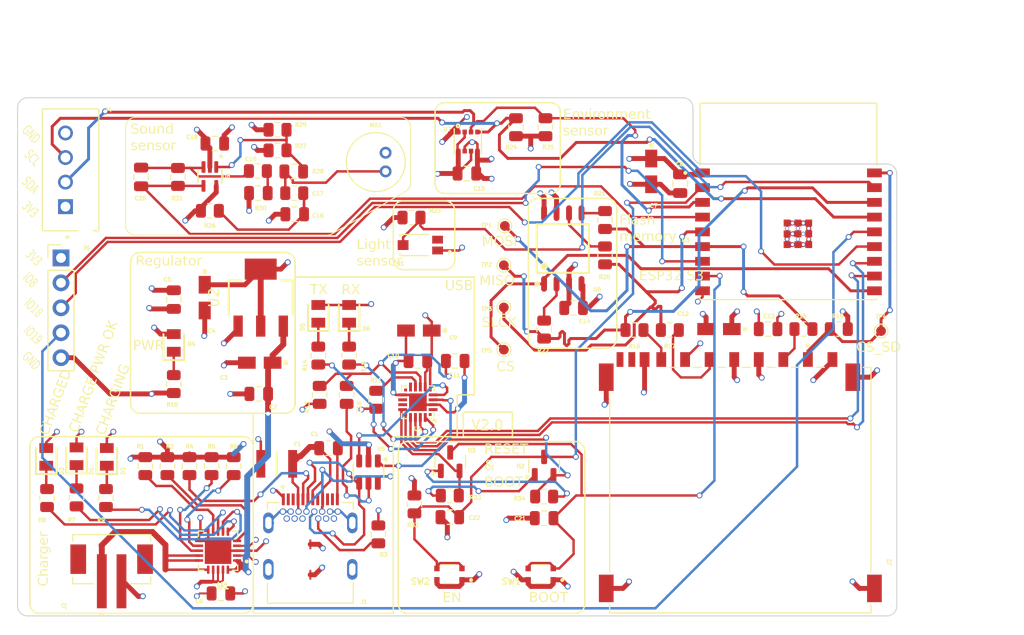
<source format=kicad_pcb>
(kicad_pcb (version 20240108) (generator "pcbnew") (generator_version "8.0")
  (layers (0 "F.Cu" signal) (1 "In1.Cu" power) (2 "In2.Cu" power) (31 "B.Cu" signal) (34 "B.Paste" user) (35 "F.Paste" user) (36 "B.SilkS" user "B.Silkscreen") (37 "F.SilkS" user "F.Silkscreen") (38 "B.Mask" user) (39 "F.Mask" user) (44 "Edge.Cuts" user))
  (net 0 "")
  (net 1 "/+5V_USB")
  (net 2 "GND")
  (net 3 "3.3V")
  (net 4 "+5V")
  (net 5 "Net-(D3-K)")
  (net 6 "Net-(D5-K)")
  (net 7 "/ESP32-C3-02/MIC_OUT")
  (net 8 "/ESP32-C3-02/EN")
  (net 9 "Net-(J1-CC1)")
  (net 10 "Net-(J1-CC2)")
  (net 11 "/VBAT")
  (net 12 "Net-(U1-PROG1)")
  (net 13 "/USB_DN")
  (net 14 "Net-(U1-PROG3)")
  (net 15 "/PWR_LED")
  (net 16 "/CHARGING_POWER_GOOD")
  (net 17 "/CHARGED")
  (net 18 "Net-(U1-~{TE})")
  (net 19 "Net-(U1-THERM)")
  (net 20 "/USB_DP")
  (net 21 "Net-(Q2-B)")
  (net 22 "/ESP32-C3-02/RTS")
  (net 23 "Net-(U4-VBUS)")
  (net 24 "/ESP32-C3-02/BOOT")
  (net 25 "/ESP32-C3-02/DTS")
  (net 26 "Net-(Q3-B)")
  (net 27 "/ESP32-C3-02/SCLK")
  (net 28 "Net-(U4-~{RST})")
  (net 29 "Net-(U4-~{RXT}{slash}GPIO.3)")
  (net 30 "Net-(U4-~{TXT}{slash}GPIO.2)")
  (net 31 "/ESP32-C3-02/CS")
  (net 32 "/ESP32-C3-02/MOSI_DI")
  (net 33 "/ESP32-C3-02/MISO_DO")
  (net 34 "/ESP32-C3-02/CS_SD")
  (net 38 "/ESP32-C3-02/SCL")
  (net 40 "/ESP32-C3-02/SDA")
  (net 43 "/ESP32-C3-02/PHOTO_C")
  (net 44 "/ESP32-C3-02/GPIO19")
  (net 45 "/ESP32-C3-02/GPIO8")
  (net 46 "/ESP32-C3-02/GPIO18")
  (net 47 "/ESP32-C3-02/TX_RX")
  (net 48 "/ESP32-C3-02/RX_TX")
  (net 49 "Net-(C16-Pad1)")
  (net 50 "Net-(C17-Pad2)")
  (net 51 "Net-(U8-IN+)")
  (net 52 "Net-(C19-Pad2)")
  (net 53 "Net-(U8-IN-)")
  (net 54 "Net-(D1-K)")
  (net 55 "Net-(D2-K)")
  (net 56 "Net-(D6-K)")
  (net 57 "Net-(J3-CLK)")
  (net 59 "Net-(J3-DAT0)")
  (net 61 "Net-(J3-CMD)")
  (net 62 "Net-(U6-CLK)")
  (net 63 "Net-(U6-DI(IO0))")
  (net 64 "Net-(U6-DO(IO1))")
  (net 65 "/VBUS")
  (net 68 "/ESP32-C3-02/USB_D-")
  (net 69 "/ESP32-C3-02/USB_D+")
  (net 70 "/CHARGING")
  (footprint "Footprints:T491A" (layer "F.Cu") (at 129.55 92.6 -90)
    (property "Reference" "C4")
    (property "Value" "10u" (hide yes))
  )
  (footprint "Resistor_SMD:R_0805_2012Metric" (layer "F.Cu") (at 130.25 109.75 90)
    (property "Reference" "R5")
    (property "Value" "2K")
  )
  (footprint "Capacitor_SMD:C_0805_2012Metric" (layer "F.Cu") (at 126.4 92.8 -90)
    (property "Reference" "C5")
    (property "Value" "0.1u")
  )
  (footprint "TestPoint:TestPoint_Pad_D1.0mm" (layer "F.Cu") (at 160.1 85.3)
    (property "Reference" "TP1")
    (property "Value" "Test MOSI")
  )
  (footprint "Resistor_SMD:R_0805_2012Metric" (layer "F.Cu") (at 126.4 101.4 90)
    (property "Reference" "R10")
    (property "Value" "330")
  )
  (footprint "Footprints:T491A" (layer "F.Cu") (at 151.35 95.95 180)
    (property "Reference" "C9")
    (property "Value" "4.7u" (hide yes))
  )
  (footprint "Package_TO_SOT_SMD:SOT-23" (layer "F.Cu") (at 164.1 109.75 90)
    (property "Reference" "Q2")
    (property "Value" "BC817")
  )
  (footprint "Footprints:LEDC2012X120N" (layer "F.Cu") (at 119.5833 108.8125 90)
    (property "Reference" "D3")
    (property "Value" "Blue" (hide yes))
  )
  (footprint "Footprints:T491A" (layer "F.Cu") (at 181.9 95.8 180)
    (property "Reference" "C12")
    (property "Value" "10u" (hide yes))
  )
  (footprint "Footprints:LEDC2012X120N" (layer "F.Cu") (at 126.4 97.2125 90)
    (property "Reference" "D4")
    (property "Value" "Red" (hide yes))
  )
  (footprint "Capacitor_SMD:C_0805_2012Metric" (layer "F.Cu") (at 142.15 107.925)
    (property "Reference" "C1")
    (property "Value" "0.1u")
  )
  (footprint "Resistor_SMD:R_0805_2012Metric" (layer "F.Cu") (at 144 102.5 90)
    (property "Reference" "R12")
    (property "Value" "22K1")
  )
  (footprint "Resistor_SMD:R_0805_2012Metric" (layer "F.Cu") (at 147 103 90)
    (property "Reference" "R11")
    (property "Value" "1K")
  )
  (footprint "Footprints:BELFUSE_SS-52400-002" (layer "F.Cu") (at 140.3033 120.2625)
    (property "Reference" "J1")
    (property "Value" "USB_C_Receptacle")
  )
  (footprint "Resistor_SMD:R_0805_2012Metric" (layer "F.Cu") (at 154.5 112.75 180)
    (property "Reference" "R33")
    (property "Value" "10K")
  )
  (footprint "Resistor_SMD:R_0805_2012Metric" (layer "F.Cu") (at 126.825 80.3125 -90)
    (property "Reference" "R31")
    (property "Value" "100K")
  )
  (footprint "Footprints:VREG_LM1117MPX-3.3" (layer "F.Cu") (at 135.25 92.6 90)
    (property "Reference" "U2")
    (property "Value" "LM1117MPX-3.3_NOPB")
  )
  (footprint "Resistor_SMD:R_0805_2012Metric" (layer "F.Cu") (at 144.25 98.5 90)
    (property "Reference" "R18")
    (property "Value" "330")
  )
  (footprint "Resistor_SMD:R_0805_2012Metric" (layer "F.Cu") (at 134.9625 79.7125 180)
    (property "Reference" "R30")
    (property "Value" "10K")
  )
  (footprint "Resistor_SMD:R_0805_2012Metric" (layer "F.Cu") (at 138.6625 81.9625)
    (property "Reference" "R28")
    (property "Value" "2K")
  )
  (footprint "Footprints:FUSC3226X100N" (layer "F.Cu") (at 136.88 109.52 180)
    (property "Reference" "F1")
    (property "Value" "0ZCH0110AF2E" (hide yes))
  )
  (footprint "Capacitor_SMD:C_0805_2012Metric" (layer "F.Cu") (at 167.1 93.65)
    (property "Reference" "C14")
    (property "Value" "0.1u")
  )
  (footprint "Package_TO_SOT_SMD:SOT-23" (layer "F.Cu") (at 154.5375 109.3 90)
    (property "Reference" "Q3")
    (property "Value" "BC817")
  )
  (footprint "Resistor_SMD:R_0805_2012Metric" (layer "F.Cu") (at 164.1 95.85 90)
    (property "Reference" "R22")
    (property "Value" "50")
  )
  (footprint "Capacitor_SMD:C_0805_2012Metric" (layer "F.Cu") (at 130.575 76.9125 180)
    (property "Reference" "C18")
    (property "Value" "0.1u")
  )
  (footprint "Package_TO_SOT_SMD:SOT-23-6" (layer "F.Cu") (at 146.2225 110.36 -90)
    (property "Reference" "U5")
    (property "Value" "USBLC6-2SC6")
  )
  (footprint "Capacitor_SMD:C_0805_2012Metric" (layer "F.Cu") (at 135.05 102.4 180)
    (property "Reference" "C2")
    (property "Value" "0.1u")
  )
  (footprint "Resistor_SMD:R_0805_2012Metric" (layer "F.Cu") (at 123.5 109.75 90)
    (property "Reference" "R1")
    (property "Value" "10K")
  )
  (footprint "Capacitor_SMD:C_0805_2012Metric" (layer "F.Cu") (at 123.075 80.3125 -90)
    (property "Reference" "C20")
    (property "Value" "0.1u")
  )
  (footprint "Project_Library:SOT65P210X110-5N" (layer "F.Cu") (at 130.075 80.2625 -90)
    (property "Reference" "U8")
    (property "Value" "MAX4466EXK+T")
  )
  (footprint "Footprints:LEDC2012X120N" (layer "F.Cu") (at 144.25 94.25 90)
    (property "Reference" "D6")
    (property "Value" "Red" (hide yes))
  )
  (footprint "Footprints:MODULE_ESP32-C3-WROOM-02-H4" (layer "F.Cu") (at 188.976 82.804)
    (property "Reference" "U3")
    (property "Value" "ESP32-C3-WROOM-02-H4")
  )
  (footprint "TestPoint:TestPoint_Pad_D1.0mm" (layer "F.Cu") (at 160 97.9)
    (property "Reference" "TP5")
    (property "Value" "TEST CS")
  )
  (footprint "Project_Library:JST_B4B-XH-AM__LF__SN_" (layer "F.Cu") (at 115.9 79.59 -90)
    (property "Reference" "J4")
    (property "Value" "B4B-XH-AM")
  )
  (footprint "Resistor_SMD:R_0805_2012Metric" (layer "F.Cu") (at 113.5 113 90)
    (property "Reference" "R8")
    (property "Value" "470")
  )
  (footprint "Resistor_SMD:R_0805_2012Metric" (layer "F.Cu") (at 136.9625 77.6125)
    (property "Reference" "R29")
    (property "Value" "1M")
  )
  (footprint "TestPoint:TestPoint_Pad_D1.0mm" (layer "F.Cu") (at 160 89.3)
    (property "Reference" "TP2")
    (property "Value" "Test MISO")
  )
  (footprint "Resistor_SMD:R_0805_2012Metric" (layer "F.Cu") (at 141.25 102.5 -90)
    (property "Reference" "R13")
    (property "Value" "47K5")
  )
  (footprint "Footprints:JST_B2B-PH-SM4-TB" (layer "F.Cu") (at 120.075 119.225)
    (property "Reference" "J2")
    (property "Value" "JST_2mm_LiPo")
  )
  (footprint "Capacitor_SMD:C_0805_2012Metric" (layer "F.Cu") (at 186.9 95.8 180)
    (property "Reference" "C13")
    (property "Value" "0.1u")
  )
  (footprint "TestPoint:TestPoint_Pad_D1.0mm" (layer "F.Cu") (at 160 93.6)
    (property "Reference" "TP3")
    (property "Value" "Test CLK")
  )
  (footprint "Resistor_SMD:R_0805_2012Metric" (layer "F.Cu") (at 132.5 109.75 90)
    (property "Reference" "R6")
    (property "Value" "20K")
  )
  (footprint "Project_Library:PSON65P250X250X100-8N" (layer "F.Cu") (at 156.3375 76.7125 90)
    (property "Reference" "U7")
    (property "Value" "BME280")
  )
  (footprint "Connector_PinHeader_2.54mm:PinHeader_1x05_P2.54mm_Vertical" (layer "F.Cu") (at 114.92 88.555)
    (property "Reference" "J6")
    (property "Value" "Conn_01x05")
  )
  (footprint "Footprints:SW_USLPT2819DT2TR" (layer "F.Cu") (at 163.75 120.75 180)
    (property "Reference" "SW1")
    (property "Value" "1101NE")
  )
  (footprint "Resistor_SMD:R_0805_2012Metric" (layer "F.Cu") (at 147.225 116.7 90)
    (property "Reference" "R3")
    (property "Value" "5k1")
  )
  (footprint "Capacitor_SMD:C_0805_2012Metric" (layer "F.Cu") (at 131.2 122.71)
    (property "Reference" "C6")
    (property "Value" "1u")
  )
  (footprint "Resistor_SMD:R_0805_2012Metric" (layer "F.Cu") (at 164.1 112.85)
    (property "Reference" "R34")
    (property "Value" "10K")
  )
  (footprint "Project_Library:CUI_CMC-5042PF-AC" (layer "F.Cu") (at 146.9625 78.8)
    (property "Reference" "MK1")
    (property "Value" "CMC-5042PF-AC")
  )
  (footprint "Footprints:T491A" (layer "F.Cu") (at 135.15 99.225 180)
    (property "Reference" "C3")
    (property "Value" "10u" (hide yes))
  )
  (footprint "Project_Library:TRANS_TEMT6000X01" (layer "F.Cu") (at 151.5 87.25 180)
    (property "Reference" "Q1")
    (property "Value" "TEMT6000X01")
  )
  (footprint "Capacitor_SMD:C_0805_2012Metric" (layer "F.Cu") (at 138.6125 79.7625 180)
    (property "Reference" "C17")
    (property "Value" "10n")
  )
  (footprint "Resistor_SMD:R_0805_2012Metric" (layer "F.Cu") (at 150.6 84.45)
    (property "Reference" "R23")
    (property "Value" "10K")
  )
  (footprint "Resistor_SMD:R_0805_2012Metric" (layer "F.Cu") (at 150.9 113.65 90)
    (property "Reference" "R32")
    (property "Value" "10K")
  )
  (footprint "Capacitor_SMD:C_0805_2012Metric" (layer "F.Cu") (at 135.0125 81.9625)
    (property "Reference" "C19")
    (property "Value" "1u")
  )
  (footprint "Footprints:QFN50P400X400X100-21N" (layer "F.Cu") (at 130.91 118.36 180)
    (property "Reference" "U1")
    (property "Value" "MCP73871")
  )
  (footprint "Resistor_SMD:R_0805_2012Metric" (layer "F.Cu") (at 116.5 112.9375 90)
    (property "Reference" "R7")
    (property "Value" "470")
  )
  (footprint "Resistor_SMD:R_0805_2012Metric" (layer "F.Cu") (at 164.2375 75.25 90)
    (property "Reference" "R25")
    (property "Value" "4K7")
  )
  (footprint "Resistor_SMD:R_0805_2012Metric" (layer "F.Cu") (at 194.1 95.8)
    (property "Reference" "R19")
    (property "Value" "10K")
  )
  (footprint "Resistor_SMD:R_0805_2012Metric" (layer "F.Cu") (at 176.9 95.9 180)
    (property "Reference" "R17")
    (property "Value" "50")
  )
  (footprint "Package_DFN_QFN:SiliconLabs_QFN-20-1EP_3x3mm_P0.5mm_EP1.8x1.8mm" (layer "F.Cu") (at 151.25 103.25 180)
    (property "Reference" "U4")
    (property "Value" "CP2102N-A02-GQFN20")
  )
  (footprint "Capacitor_SMD:C_0805_2012Metric" (layer "F.Cu") (at 164.1 115.05 180)
    (property "Reference" "C21")
    (property "Value" "0.1u")
  )
  (footprint "Footprints:LEDC2012X120N" (layer "F.Cu") (at 141.1125 94.25 90)
    (property "Reference" "D5")
    (property "Value" "Green" (hide yes))
  )
  (footprint "Resistor_SMD:R_0805_2012Metric" (layer "F.Cu") (at 170.3 88.3 90)
    (property "Reference" "R20")
    (property "Value" "50")
  )
  (footprint "Capacitor_SMD:C_0805_2012Metric" (layer "F.Cu") (at 155.05 99.05)
    (property "Reference" "C11")
    (property "Value" "1u")
  )
  (footprint "Resistor_SMD:R_0805_2012Metric" (layer "F.Cu") (at 170.3 84.7 90)
    (property "Reference" "R21")
    (property "Value" "50")
  )
  (footprint "Capacitor_SMD:C_0805_2012Metric" (layer "F.Cu") (at 156.2375 79.9625 180)
    (property "Reference" "C15")
    (property "Value" "0.1u")
  )
  (footprint "Capacitor_SMD:C_0805_2012Metric" (layer "F.Cu") (at 154.5 114.95 180)
    (property "Reference" "C22")
    (property "Value" "1u")
  )
  (footprint "Footprints:LEDC2012X120N" (layer "F.Cu") (at 113.4167 108.8125 90)
    (property "Reference" "D2")
    (property "Value" "Green" (hide yes))
  )
  (footprint "Capacitor_SMD:C_0805_2012Metric" (layer "F.Cu") (at 138.7125 84.1125 180)
    (property "Reference" "C16")
    (property "Value" "0.1u")
  )
  (footprint "Resistor_SMD:R_0805_2012Metric" (layer "F.Cu") (at 173.3 95.9 180)
    (property "Reference" "R16")
    (property "Value" "50")
  )
  (footprint "Footprints:T491A" (layer "F.Cu") (at 175 79.75 -90)
    (property "Reference" "C7")
    (property "Value" "10u" (hide yes))
  )
  (footprint "TestPoint:TestPoint_Pad_D1.0mm" (layer "F.Cu") (at 198.4 96)
    (property "Reference" "TP4")
    (property "Value" "TEST CS_SD")
  )
  (footprint "Footprints:LEDC2012X120N" (layer "F.Cu") (at 116.5 108.75 90)
    (property "Reference" "D1")
    (property "Value" "Red" (hide yes))
  )
  (footprint "Footprints:SW_USLPT2819DT2TR" (layer "F.Cu") (at 154.4625 120.75 180)
    (property "Reference" "SW2")
    (property "Value" "1101NE")
  )
  (footprint "Resistor_SMD:R_0805_2012Metric" (layer "F.Cu") (at 136.9625 75.5125 180)
    (property "Reference" "R27")
    (property "Value" "1M")
  )
  (footprint "Resistor_SMD:R_0805_2012Metric" (layer "F.Cu") (at 130.075 83.7625 180)
    (property "Reference" "R26")
    (property "Value" "2K")
  )
  (footprint "Project_Library:SOIC127P790X216-8N" (layer "F.Cu") (at 166 87.6 90)
    (property "Reference" "U6")
    (property "Value" "W25Q32JVSSIQ")
  )
  (footprint "Resistor_SMD:R_0805_2012Metric" (layer "F.Cu") (at 119.5 113 90)
    (property "Reference" "R9")
    (property "Value" "470")
  )
  (footprint "Project_Library:AMPHENOL_GSD090012SEU" (layer "F.Cu") (at 184.076 112.2)
    (property "Reference" "J3")
    (property "Value" "GSD090012SEU")
  )
  (footprint "Capacitor_SMD:C_0805_2012Metric" (layer "F.Cu") (at 177.95 81 -90)
    (property "Reference" "C8")
    (property "Value" "0.1u")
  )
  (footprint "Resistor_SMD:R_0805_2012Metric" (layer "F.Cu") (at 161.2375 75.25 90)
    (property "Reference" "R24")
    (property "Value" "4K7")
  )
  (footprint "Capacitor_SMD:C_0805_2012Metric" (layer "F.Cu") (at 151.25 99.05 180)
    (property "Reference" "C10")
    (property "Value" "0.1u")
  )
  (footprint "Resistor_SMD:R_0805_2012Metric" (layer "F.Cu") (at 141.1125 98.5 90)
    (property "Reference" "R14")
    (property "Value" "330")
  )
  (footprint "Resistor_SMD:R_0805_2012Metric" (layer "F.Cu") (at 125.75 109.75 90)
    (property "Reference" "R2")
    (property "Value" "10K")
  )
  (footprint "Resistor_SMD:R_0805_2012Metric" (layer "F.Cu") (at 128 109.75 90)
    (property "Reference" "R4")
    (property "Value" "5k1")
  )
  (footprint "Resistor_SMD:R_0805_2012Metric" (layer "F.Cu") (at 190.5 95.8)
    (property "Reference" "R15")
    (property "Value" "50")
  )
  (gr_arc (start 150.25 124.75) (mid 149.542893 124.457107) (end 149.25 123.75) (stroke (width 0.15)) (layer "F.SilkS"))
  (gr_line (start 155.25 106.75) (end 155.25 102.5) (stroke (width 0.15)) (layer "F.SilkS"))
  (gr_line (start 154 89.75) (end 149.75 89.75) (stroke (width 0.15)) (layer "F.SilkS"))
  (gr_arc (start 134.5 123.75) (mid 134.207107 124.457107) (end 133.5 124.75) (stroke (width 0.15)) (layer "F.SilkS"))
  (gr_arc (start 112.75 124.75) (mid 112.042893 124.457107) (end 111.75 123.75) (stroke (width 0.15)) (layer "F.SilkS"))
  (gr_arc (start 150.5 80.921853) (mid 150.365744 81.422387) (end 149.998964 81.788475) (stroke (width 0.1)) (layer "F.SilkS"))
  (gr_line (start 134.5 124.75) (end 148.75 124.75) (stroke (width 0.15)) (layer "F.SilkS"))
  (gr_arc (start 163.5 97.75) (mid 162.792893 97.457107) (end 162.5 96.75) (stroke (width 0.15)) (layer "F.SilkS"))
  (gr_arc (start 162.5 83.5) (mid 162.792893 82.792893) (end 163.5 82.5) (stroke (width 0.15)) (layer "F.SilkS"))
  (gr_arc (start 168.25 123.75) (mid 167.957107 124.457107) (end 167.25 124.75) (stroke (width 0.15)) (layer "F.SilkS"))
  (gr_line (start 122.5 86.25) (end 141.982691 86.25) (stroke (width 0.1)) (layer "F.SilkS"))
  (gr_line (start 123 88) (end 137.75 88) (stroke (width 0.15)) (layer "F.SilkS"))
  (gr_line (start 168.25 108.25) (end 168.25 123.75) (stroke (width 0.15)) (layer "F.SilkS"))
  (gr_line (start 164.75 82) (end 154 82) (stroke (width 0.15)) (layer "F.SilkS"))
  (gr_arc (start 111.75 107.75) (mid 112.042893 107.042893) (end 112.75 106.75) (stroke (width 0.15)) (layer "F.SilkS"))
  (gr_arc (start 137.75 88) (mid 138.457107 88.292893) (end 138.75 89) (stroke (width 0.15)) (layer "F.SilkS"))
  (gr_arc (start 123 104.375) (mid 122.292893 104.082107) (end 122 103.375) (stroke (width 0.15)) (layer "F.SilkS"))
  (gr_line (start 149.5 74.25) (end 122.5 74.25) (stroke (width 0.1)) (layer "F.SilkS"))
  (gr_line (start 140 90.5) (end 138.75 90.5) (stroke (width 0.15)) (layer "F.SilkS"))
  (gr_line (start 133.5 124.75) (end 112.75 124.75) (stroke (width 0.15)) (layer "F.SilkS"))
  (gr_arc (start 167.25 107.25) (mid 167.957107 107.542893) (end 168.25 108.25) (stroke (width 0.15)) (layer "F.SilkS"))
  (gr_line (start 167.25 124.75) (end 150.25 124.75) (stroke (width 0.15)) (layer "F.SilkS"))
  (gr_arc (start 138.75 103.375) (mid 138.457107 104.082107) (end 137.75 104.375) (stroke (width 0.15)) (layer "F.SilkS"))
  (gr_line (start 142.481656 86.116623) (end 149.998964 81.788475) (stroke (width 0.1)) (layer "F.SilkS"))
  (gr_arc (start 122.5 86.25) (mid 121.792893 85.957107) (end 121.5 85.25) (stroke (width 0.1)) (layer "F.SilkS"))
  (gr_line (start 171.5 83.5) (end 171.5 96.75) (stroke (width 0.15)) (layer "F.SilkS"))
  (gr_line (start 149.75 82.75) (end 154 82.75) (stroke (width 0.15)) (layer "F.SilkS"))
  (gr_line (start 111.75 123.75) (end 111.75 107.75) (stroke (width 0.15)) (layer "F.SilkS"))
  (gr_line (start 150.5 80.921853) (end 150.5 75.25) (stroke (width 0.1)) (layer "F.SilkS"))
  (gr_line (start 148.75 124.75) (end 148.75 106.75) (stroke (width 0.15)) (layer "F.SilkS"))
  (gr_line (start 170.5 97.75) (end 163.5 97.75) (stroke (width 0.15)) (layer "F.SilkS"))
  (gr_arc (start 149.5 74.25) (mid 150.207107 74.542893) (end 150.5 75.25) (stroke (width 0.1)) (layer "F.SilkS"))
  (gr_line (start 138.75 95.25) (end 138.75 103.375) (stroke (width 0.15)) (layer "F.SilkS"))
  (gr_line (start 165.75 73.75) (end 165.75 81) (stroke (width 0.15)) (layer "F.SilkS"))
  (gr_arc (start 154 82) (mid 153.292893 81.707107) (end 153 81) (stroke (width 0.15)) (layer "F.SilkS"))
  (gr_line (start 149.25 123.75) (end 149.25 108.25) (stroke (width 0.15)) (layer "F.SilkS"))
  (gr_arc (start 154 82.75) (mid 154.707107 83.042893) (end 155 83.75) (stroke (width 0.15)) (layer "F.SilkS"))
  (gr_arc (start 142.481656 86.116623) (mid 142.240933 86.216079) (end 141.982691 86.25) (stroke (width 0.1)) (layer "F.SilkS"))
  (gr_arc (start 170.5 82.5) (mid 171.207107 82.792893) (end 171.5 83.5) (stroke (width 0.15)) (layer "F.SilkS"))
  (gr_line (start 154 72.75) (end 164.75 72.75) (stroke (width 0.15)) (layer "F.SilkS"))
  (gr_line (start 122 103.375) (end 122 89) (stroke (width 0.15)) (layer "F.SilkS"))
  (gr_arc (start 153 73.75) (mid 153.292893 73.042893) (end 154 72.75) (stroke (width 0.15)) (layer "F.SilkS"))
  (gr_line (start 153 81) (end 153 73.75) (stroke (width 0.15)) (layer "F.SilkS"))
  (gr_arc (start 122 89) (mid 122.292893 88.292893) (end 123 88) (stroke (width 0.15)) (layer "F.SilkS"))
  (gr_line (start 112.75 106.75) (end 133.5 106.75) (stroke (width 0.15)) (layer "F.SilkS"))
  (gr_arc (start 164.75 72.75) (mid 165.457107 73.042893) (end 165.75 73.75) (stroke (width 0.15)) (layer "F.SilkS"))
  (gr_arc (start 165.75 81) (mid 165.457107 81.707107) (end 164.75 82) (stroke (width 0.15)) (layer "F.SilkS"))
  (gr_arc (start 121.5 75.25) (mid 121.792893 74.542893) (end 122.5 74.25) (stroke (width 0.1)) (layer "F.SilkS"))
  (gr_line (start 150.25 107.25) (end 167.25 107.25) (stroke (width 0.15)) (layer "F.SilkS"))
  (gr_line (start 148.75 88.75) (end 148.75 83.75) (stroke (width 0.15)) (layer "F.SilkS"))
  (gr_arc (start 149.25 108.25) (mid 149.542893 107.542893) (end 150.25 107.25) (stroke (width 0.15)) (layer "F.SilkS"))
  (gr_line (start 157 102.5) (end 157 90.5) (stroke (width 0.15)) (layer "F.SilkS"))
  (gr_arc (start 155 88.75) (mid 154.707107 89.457107) (end 154 89.75) (stroke (width 0.15)) (layer "F.SilkS"))
  (gr_arc (start 133.5 106.75) (mid 134.207107 107.042893) (end 134.5 107.75) (stroke (width 0.15)) (layer "F.SilkS"))
  (gr_line (start 134.5 104.5) (end 134.5 107.75) (stroke (width 0.15)) (layer "F.SilkS"))
  (gr_line (start 155 83.75) (end 155 88.75) (stroke (width 0.15)) (layer "F.SilkS"))
  (gr_arc (start 148.75 83.75) (mid 149.042893 83.042893) (end 149.75 82.75) (stroke (width 0.15)) (layer "F.SilkS"))
  (gr_line (start 155.25 102.5) (end 157 102.5) (stroke (width 0.15)) (layer "F.SilkS"))
  (gr_line (start 148.75 106.75) (end 155.25 106.75) (stroke (width 0.15)) (layer "F.SilkS"))
  (gr_arc (start 149.75 89.75) (mid 149.042893 89.457107) (end 148.75 88.75) (stroke (width 0.15)) (layer "F.SilkS"))
  (gr_line (start 121.5 75.25) (end 121.5 85.25) (stroke (width 0.1)) (layer "F.SilkS"))
  (gr_line (start 157 90.5) (end 140 90.5) (stroke (width 0.15)) (layer "F.SilkS"))
  (gr_line (start 134.5 123.75) (end 134.5 124.75) (stroke (width 0.15)) (layer "F.SilkS"))
  (gr_arc (start 171.5 96.75) (mid 171.207107 97.457107) (end 170.5 97.75) (stroke (width 0.15)) (layer "F.SilkS"))
  (gr_line (start 138.75 89) (end 138.75 103.375) (stroke (width 0.15)) (layer "F.SilkS"))
  (gr_line (start 162.5 96.75) (end 162.5 83.5) (stroke (width 0.15)) (layer "F.SilkS"))
  (gr_line (start 137.75 104.375) (end 123 104.375) (stroke (width 0.15)) (layer "F.SilkS"))
  (gr_line (start 134.5 107.75) (end 134.5 123.75) (stroke (width 0.15)) (layer "F.SilkS"))
  (gr_line (start 163.5 82.5) (end 170.5 82.5) (stroke (width 0.15)) (layer "F.SilkS"))
  (gr_arc (start 180.25 79) (mid 179.542893 78.707107) (end 179.25 78) (stroke (width 0.1)) (layer "Edge.Cuts"))
  (gr_line (start 200 124) (end 200 80) (stroke (width 0.1)) (layer "Edge.Cuts"))
  (gr_line (start 199 79) (end 180.25 79) (stroke (width 0.1)) (layer "Edge.Cuts"))
  (gr_arc (start 200 124) (mid 199.707107 124.707107) (end 199 125) (stroke (width 0.1)) (layer "Edge.Cuts"))
  (gr_line (start 179.25 78) (end 179.25 73.25) (stroke (width 0.1)) (layer "Edge.Cuts"))
  (gr_arc (start 199 79) (mid 199.707107 79.292893) (end 200 80) (stroke (width 0.1)) (layer "Edge.Cuts"))
  (gr_arc (start 110.5 73.25) (mid 110.792893 72.542893) (end 111.5 72.25) (stroke (width 0.1)) (layer "Edge.Cuts"))
  (gr_line (start 111.5 125) (end 199 125) (stroke (width 0.1)) (layer "Edge.Cuts"))
  (gr_line (start 110.5 73.25) (end 110.5 124) (stroke (width 0.1)) (layer "Edge.Cuts"))
  (gr_arc (start 111.5 125) (mid 110.792893 124.707107) (end 110.5 124) (stroke (width 0.1)) (layer "Edge.Cuts"))
  (gr_arc (start 178.25 72.25) (mid 178.957107 72.542893) (end 179.25 73.25) (stroke (width 0.1)) (layer "Edge.Cuts"))
  (gr_line (start 178.25 72.25) (end 111.5 72.25) (stroke (width 0.1)) (layer "Edge.Cuts"))
  (gr_text "GND" (at 110.77 98.805 -45) (layer "F.SilkS") (effects (font (size 1 0.6)) (justify left bottom)))
  (gr_text "SCL" (at 111 78.25 -45) (layer "F.SilkS") (effects (font (size 1 0.6)) (justify left bottom)))
  (gr_text "IO19" (at 110.92 96.155 -45) (layer "F.SilkS") (effects (font (size 1 0.6)) (justify left bottom)))
  (gr_text "SLCK" (at 157.75 95.75 0) (layer "F.SilkS") (effects (font (size 1 1)) (justify left bottom)))
  (gr_text "3V3" (at 110.75 83.5 -45) (layer "F.SilkS") (effects (font (size 1 0.6)) (justify left bottom)))
  (gr_text "Sound \nsensor" (at 122 77.75 0) (layer "F.SilkS") (effects (font (size 1 1)) (justify left bottom)))
  (gr_text "ESP32 S3" (at 173.75 91 0) (layer "F.SilkS") (effects (font (size 1 1)) (justify left bottom)))
  (gr_text "SDA" (at 110.75 81 -45) (layer "F.SilkS") (effects (font (size 1 0.6)) (justify left bottom)))
  (gr_text "EN" (at 153.75 123.75 0) (layer "F.SilkS") (effects (font (size 1 1)) (justify left bottom)))
  (gr_text "Charger" (at 113.75 122 90) (layer "F.SilkS") (effects (font (size 1 1)) (justify left bottom)))
  (gr_text "USB" (at 154 92 0) (layer "F.SilkS") (effects (font (size 1 1)) (justify left bottom)))
  (gr_text "CHARGE PWR OK" (at 116.75 106.5 70) (layer "F.SilkS") (effects (font (size 1 1)) (justify left bottom)))
  (gr_text "Regulator" (at 122.5 89.5 0) (layer "F.SilkS") (effects (font (size 1 1)) (justify left bottom)))
  (gr_text "CHARGING" (at 119.5 106.75 70) (layer "F.SilkS") (effects (font (size 1 1)) (justify left bottom)))
  (gr_text "Flash\nmemory" (at 171.75 87 0) (layer "F.SilkS") (effects (font (size 1 1)) (justify left bottom)))
  (gr_text "IO8" (at 110.82 90.755 -45) (layer "F.SilkS") (effects (font (size 1 0.6)) (justify left bottom)))
  (gr_text "CS" (at 159.25 100.25 0) (layer "F.SilkS") (effects (font (size 1 1)) (justify left bottom)))
  (gr_text "BOOT" (at 162.55 123.75 0) (layer "F.SilkS") (effects (font (size 1 1)) (justify left bottom)))
  (gr_text "MOSI" (at 157.75 87.5 0) (layer "F.SilkS") (effects (font (size 1 1)) (justify left bottom)))
  (gr_text "Environment \nsensor" (at 166 76.25 0) (layer "F.SilkS") (effects (font (size 1 1)) (justify left bottom)))
  (gr_text "RESET\n&\nBOOT\n" (at 158 112 0) (layer "F.SilkS") (effects (font (size 1 1)) (justify left bottom)))
  (gr_text "Light \nsensor" (at 145 89.5 0) (layer "F.SilkS") (effects (font (size 1 1)) (justify left bottom)))
  (gr_text "CHARGED" (at 113.75 106.75 70) (layer "F.SilkS") (effects (font (size 1 1)) (justify left bottom)))
  (gr_text "3V3" (at 111.12 88.405 -45) (layer "F.SilkS") (effects (font (size 1 0.6)) (justify left bottom)))
  (gr_text "IO18" (at 110.97 93.405 -45) (layer "F.SilkS") (effects (font (size 1 0.6)) (justify left bottom)))
  (gr_text "CS_SD" (at 195.875 98.275 0) (layer "F.SilkS") (effects (font (size 1 1)) (justify left bottom)))
  (gr_text "RX" (at 143.4625 92.425 0) (layer "F.SilkS") (effects (font (size 1 1)) (justify left bottom)))
  (gr_text "TX" (at 140.2625 92.4 0) (layer "F.SilkS") (effects (font (size 1 1)) (justify left bottom)))
  (gr_text "GND" (at 110.75 75.75 -45) (layer "F.SilkS") (effects (font (size 1 0.6)) (justify left bottom)))
  (gr_text "PWR" (at 122.225 98.1 0) (layer "F.SilkS") (effects (font (size 1 1)) (justify left bottom)))
  (gr_text "MISO" (at 157.5 91.5 0) (layer "F.SilkS") (effects (font (size 1 1)) (justify left bottom)))
  (gr_text_box "V2.0" (start 155.875 104.25) (end 160.875 106.75) (layer "F.SilkS") (effects (font (size 1 1)) (justify left top)) (border yes) (stroke (width 0.15)))
  (segment (start 144.45 106.675) (end 144.45 108.95) (width 0.254) (layer "F.Cu") (net 1))
  (segment (start 146.25 113.25) (end 146.25 111.525) (width 0.254) (layer "F.Cu") (net 1))
  (segment (start 132.8475 117.86) (end 134.14 117.86) (width 0.2) (layer "F.Cu") (net 1))
  (segment (start 130.9 121.225) (end 130.9 121.375) (width 0.2) (layer "F.Cu") (net 1))
  (segment (start 131.25 121.525) (end 130.75 121.525) (width 0.2) (layer "F.Cu") (net 1))
  (segment (start 144.45 108.95) (end 143.95 109.45) (width 0.254) (layer "F.Cu") (net 1))
  (segment (start 130.85 121.425) (end 130.75 121.525) (width 0.2) (layer "F.Cu") (net 1))
  (segment (start 116.5 107.85) (end 116.5 106.75) (width 0.25) (layer "F.Cu") (net 1))
  (segment (start 130.41 122.55) (end 130.25 122.71) (width 0.2) (layer "F.Cu") (net 1))
  (segment (start 130.91 120.2975) (end 130.9 120.3075) (width 0.2) (layer "F.Cu") (net 1))
  (segment (start 146.25 111.525) (end 146.2225 111.4975) (width 0.254) (layer "F.Cu") (net 1))
  (segment (start 135.26 109.52) (end 135.26 107.26) (width 0.25) (layer "F.Cu") (net 1))
  (segment (start 143.623 111.523) (end 143.775 111.675) (width 0.254) (layer "F.Cu") (net 1))
  (segment (start 130.9 120.3075) (end 130.9 121.225) (width 0.2) (layer "F.Cu") (net 1))
  (segment (start 134.625 119.5) (end 134.75 119.5) (width 0.2) (layer "F.Cu") (net 1))
  (segment (start 129.04 122.71) (end 128.75 123) (width 0.2) (layer "F.Cu") (net 1))
  (segment (start 130.25 122.71) (end 129.04 122.71) (width 0.2) (layer "F.Cu") (net 1))
  (segment (start 130.25 121.525) (end 129.175 121.525) (width 0.4) (layer "F.Cu") (net 1))
  (segment (start 131.41 120.2975) (end 131.41 121.365) (width 0.2) (layer "F.Cu") (net 1))
  (segment (start 130.41 120.2975) (end 130.41 121.365) (width 0.2) (layer "F.Cu") (net 1))
  (segment (start 113.4167 107.9125) (end 113.4167 107.3333) (width 0.25) (layer "F.Cu") (net 1))
  (segment (start 135.26 107.26) (end 135 107) (width 0.25) (layer "F.Cu") (net 1))
  (segment (start 130.415 122.71) (end 130.25 122.71) (width 0.2) (layer "F.Cu") (net 1))
  (segment (start 143.623 109.777) (end 143.623 111.523) (width 0.254) (layer "F.Cu") (net 1))
  (segment (start 128.75 121.95) (end 128.75 122) (width 0.2) (layer "F.Cu") (net 1))
  (segment (start 130.9 121.375) (end 130.85 121.425) (width 0.2) (layer "F.Cu") (net 1))
  (segment (start 113.4167 107.3333) (end 114.5 106.25) (width 0.25) (layer "F.Cu") (net 1))
  (segment (start 134.14 117.86) (end 134.75 117.25) (width 0.2) (layer "F.Cu") (net 1))
  (segment (start 132.8475 118.86) (end 133.985 118.86) (width 0.2) (layer "F.Cu") (net 1))
  (segment (start 144 111.9) (end 144 112.75) (width 0.254) (layer "F.Cu") (net 1))
  (segment (start 143.775 111.675) (end 144 111.9) (width 0.254) (layer "F.Cu") (net 1))
  (segment (start 119.5833 106.9167) (end 120.25 106.25) (width 0.25) (layer "F.Cu") (net 1))
  (segment (start 144 106.225) (end 144.45 106.675) (width 0.254) (layer "F.Cu") (net 1))
  (segment (start 116.5 106.75) (end 117 106.25) (width 0.25) (layer "F.Cu") (net 1))
  (segment (start 133.985 118.86) (end 134.625 119.5) (width 0.2) (layer "F.Cu") (net 1))
  (segment (start 129.175 121.525) (end 128.75 121.95) (width 0.4) (layer "F.Cu") (net 1))
  (segment (start 119.5833 107.9125) (end 119.5833 106.9167) (width 0.25) (layer "F.Cu") (net 1))
  (segment (start 130.75 121.525) (end 130.25 121.525) (width 0.3) (layer "F.Cu") (net 1))
  (segment (start 130.41 121.365) (end 130.25 121.525) (width 0.2) (layer "F.Cu") (net 1))
  (segment (start 143.95 109.45) (end 143.623 109.777) (width 0.254) (layer "F.Cu") (net 1))
  (segment (start 131.41 121.365) (end 131.25 121.525) (width 0.2) (layer "F.Cu") (net 1))
  (segment (start 144 103.4125) (end 144 106.225) (width 0.254) (layer "F.Cu") (net 1))
  (via (at 120.25 106.25) (size 0.6) (drill 0.4) (layers "F.Cu" "B.Cu") (net 1))
  (via (at 146.25 113.25) (size 0.6) (drill 0.4) (layers "F.Cu" "B.Cu") (net 1))
  (via (at 144 112.75) (size 0.6) (drill 0.4) (layers "F.Cu" "B.Cu") (net 1))
  (via (at 128.75 123) (size 0.6) (drill 0.4) (layers "F.Cu" "B.Cu") (net 1))
  (via (at 135 107) (size 0.6) (drill 0.4) (layers "F.Cu" "B.Cu") (net 1))
  (via (at 134.75 119.5) (size 0.6) (drill 0.4) (layers "F.Cu" "B.Cu") (net 1))
  (via (at 117 106.25) (size 0.6) (drill 0.4) (layers "F.Cu" "B.Cu") (net 1))
  (via (at 114.5 106.25) (size 0.6) (drill 0.4) (layers "F.Cu" "B.Cu") (net 1))
  (via (at 134.75 117.25) (size 0.6) (drill 0.4) (layers "F.Cu" "B.Cu") (net 1))
  (via (at 128.75 122) (size 0.6) (drill 0.4) (layers "F.Cu" "B.Cu") (net 1))
  (segment (start 144.925 112.75) (end 145.525 113.35) (width 0.254) (layer "B.Cu") (net 1))
  (segment (start 144 112.75) (end 144.925 112.75) (width 0.254) (layer "B.Cu") (net 1))
  (segment (start 145.525 113.35) (end 146.15 113.35) (width 0.254) (layer "B.Cu") (net 1))
  (segment (start 146.15 113.35) (end 146.25 113.25) (width 0.254) (layer "B.Cu") (net 1))
  (segment (start 149.7 102.5) (end 150.5 102.5) (width 0.254) (layer "F.Cu") (net 2))
  (segment (start 168.05 91.345) (end 167.905 91.2) (width 0.5) (layer "F.Cu") (net 2))
  (segment (start 134.0625 82.8557) (end 134.0625 81.9625) (width 0.5) (layer "F.Cu") (net 2))
  (segment (start 150.5 102.5) (end 151.25 103.25) (width 0.254) (layer "F.Cu") (net 2))
  (segment (start 170.426 122.2) (end 172.125 122.2) (width 0.5) (layer "F.Cu") (net 2))
  (segment (start 132.95 95.8) (end 131.5 97.25) (width 0.5) (layer "F.Cu") (net 2))
  (segment (start 122.825 123) (end 123.25 123) (width 0.5) (layer "F.Cu") (net 2))
  (segment (start 132.5 108.5) (end 132.5 108.8375) (width 0.5) (layer "F.Cu") (net 2))
  (segment (start 188.836 86.654) (end 188.836 86.104) (width 0.5) (layer "F.Cu") (net 2))
  (segment (start 129.91 116.422) (end 129.91 116.4225) (width 0.254) (layer "F.Cu") (net 2))
  (segment (start 122.8 123.025) (end 122.825 123) (width 0.5) (layer "F.Cu") (net 2))
  (segment (start 133.44 122.71) (end 133.66 122.49) (width 0.254) (layer "F.Cu") (net 2))
  (segment (start 168.6 93.65) (end 168.05 93.65) (width 0.5) (layer "F.Cu") (net 2))
  (segment (start 136.0333 115.5325) (end 136.3533 115.5325) (width 0.5) (layer "F.Cu") (net 2))
  (segment (start 146.222 109.222) (end 146.222 108.425) (width 0.5) (layer "F.Cu") (net 2))
  (segment (start 123.5 108.838) (end 123.5005 108.838) (width 0.5) (layer "F.Cu") (net 2))
  (segment (start 153.1875 121.33) (end 153.1875 121.728554) (width 0.5) (layer "F.Cu") (net 2))
  (segment (start 195.526 99.7116) (end 195.1315 100.1061) (width 0.5) (layer "F.Cu") (net 2))
  (segment (start 150.04 98.79) (end 150.3 99.05) (width 0.254) (layer "F.Cu") (net 2))
  (segment (start 128 108.8375) (end 128 108.5) (width 0.5) (layer "F.Cu") (net 2))
  (segment (start 155.82 121.33) (end 155.84 121.35) (width 0.5) (layer "F.Cu") (net 2))
  (segment (start 180.59 94.59) (end 180.25 94.25) (width 0.5) (layer "F.Cu") (net 2))
  (segment (start 188.836 85.004) (end 189.386 85.004) (width 0.5) (layer "F.Cu") (net 2))
  (segment (start 129.1 115) (end 129.11 115.01) (width 0.254) (layer "F.Cu") (net 2))
  (segment (start 157.25 79.9) (end 157.188 79.9625) (width 0.5) (layer "F.Cu") (net 2))
  (segment (start 185.951 98.9) (end 185.951 100.451) (width 0.5) (layer "F.Cu") (net 2))
  (segment (start 140.3038 120.812) (end 140.3033 120.8125) (width 0.5) (layer "F.Cu") (net 2))
  (segment (start 133.5 107.5) (end 132.5 108.5) (width 0.5) (layer "F.Cu") (net 2))
  (segment (start 170.426 100.7) (end 170.376 100.75) (width 0.5) (layer "F.Cu") (net 2))
  (segment (start 134.84 118.36) (end 132.8475 118.36) (width 0.254) (layer "F.Cu") (net 2))
  (segment (start 124.238 102.312) (end 124.15 102.4) (width 0.5) (layer "F.Cu") (net 2))
  (segment (start 128.972 117.36) (end 128.972 116.758) (width 0.254) (layer "F.Cu") (net 2))
  (segment (start 129.11 115.01) (end 129.11 116.62) (width 0.254) (layer "F.Cu") (net 2))
  (segment (start 146.222 108.425) (end 146.2225 108.4255) (width 0.5) (layer "F.Cu") (net 2))
  (segment (start 153.55 114.95) (end 154.25 115.65) (width 0.5) (layer "F.Cu") (net 2))
  (segment (start 133.84 99.225) (end 131.775 99.225) (width 0.5) (layer "F.Cu") (net 2))
  (segment (start 172.83962 81.02038) (end 172.87924 81.06) (width 0.5) (layer "F.Cu") (net 2))
  (segment (start 122.1625 108.8375) (end 122 109) (width 0.5) (layer "F.Cu") (net 2))
  (segment (start 158.598 78.6025) (end 158.738 78.4625) (width 0.5) (layer "F.Cu") (net 2))
  (segment (start 157.312 78.6025) (end 158.598 78.6025) (width 0.5) (layer "F.Cu") (net 2))
  (segment (start 125.75 108.8375) (end 125.75 108) (width 0.5) (layer "F.Cu") (net 2))
  (segment (start 157.112 76.7625) (end 157.312 76.9625) (width 0.254) (layer "F.Cu") (net 2))
  (segment (start 189.386 87.204) (end 188.836 87.204) (width 0.5) (layer "F.Cu") (net 2))
  (segment (start 147.225 115.7875) (end 147.225 114.275) (width 0.254) (layer "F.Cu") (net 2))
  (segment (start 156.138 74.2125) (end 156.238 74.2125) (width 0.254) (layer "F.Cu") (net 2))
  (segment (start 144.6905 115.65) (end 144.573 115.532) (width 0.5) (layer "F.Cu") (net 2))
  (segment (start 129.625 76.375) (end 128.75 75.5) (width 0.5) (layer "F.Cu") (net 2))
  (segment (start 134.1 102.4) (end 132.15 102.4) (width 0.5) (layer "F.Cu") (net 2))
  (segment (start 143.1033 114.3825) (end 143.0383 114.3175) (width 0.5) (layer "F.Cu") (net 2))
  (segment (start 129.625 76.9125) (end 129.625 76.375) (width 0.5) (layer "F.Cu") (net 2))
  (segment (start 149.2 99.05) (end 149 99.25) (width 0.254) (layer "F.Cu") (net 2))
  (segment (start 129.55 96.45) (end 129.5 96.5) (width 0.5) (layer "F.Cu") (net 2))
  (segment (start 193.451 98.9) (end 193.451 99.049) (width 0.5) (layer "F.Cu") (net 2))
  (segment (start 193.451 99.049) (end 191.5 101) (width 0.5) (layer "F.Cu") (net 2))
  (segment (start 153.458946 122) (end 155.466054 122) (width 0.5) (layer "F.Cu") (net 2))
  (segment (start 156.92 121.33) (end 157.5 120.75) (width 0.5) (layer "F.Cu") (net 2))
  (segment (start 170.426 102.926) (end 170.426 103.324) (width 0.5) (layer "F.Cu") (net 2))
  (segment (start 157.312 76.9625) (end 157.312 77.6825) (width 0.254) (layer "F.Cu") (net 2))
  (segment (start 129.11 116.62) (end 129.38 116.35) (width 0.254) (layer "F.Cu") (net 2))
  (segment (start 137.553 112.928) (end 136.85 112.225) (width 0.254) (layer "F.Cu") (net 2))
  (segment (start 162.746446 122) (end 164.753554 122) (width 0.5) (layer "F.Cu") (net 2))
  (segment (start 128.9725 117.36) (end 128.972 117.36) (width 0.254) (layer "F.Cu") (net 2))
  (segment (start 132.95 95.5) (end 132.95 95.8) (width 0.5) (layer "F.Cu") (net 2))
  (segment (start 123.5005 108.838) (end 123.5 108.8375) (width 0.5) (layer "F.Cu") (net 2))
  (segment (start 132.15 122.71) (end 133.44 122.71) (width 0.254) (layer "F.Cu") (net 2))
  (segment (start 143.07 107.895) (end 143.1 107.925) (width 0.254) (layer "F.Cu") (net 2))
  (segment (start 154.25 104.275) (end 153.475 103.5) (width 0.254) (layer "F.Cu") (net 2))
  (segment (start 144.5733 115.5328) (end 144.5733 115.5325) (width 0.5) (layer "F.Cu") (net 2))
  (segment (start 140.3038 120.812) (end 140.768 120.812) (width 0.5) (layer "F.Cu") (net 2))
  (segment (start 174.326 98.9) (end 174.326 102.174) (width 0.5) (layer "F.Cu") (net 2))
  (segment (start 130.91 118.27) (end 131.88 117.3) (width 0.254) (layer "F.Cu") (net 2))
  (segment (start 146.222 107.628) (end 146.27 107.58) (width 0.5) (layer "F.Cu") (net 2))
  (segment (start 131.07 118.36) (end 132.07 117.36) (width 0.254) (layer "F.Cu") (net 2))
  (segment (start 156.488 76.7625) (end 157.112 76.7625) (width 0.254) (layer "F.Cu") (net 2))
  (segment (start 136.5189 84.3186) (end 136.075 84.7625) (width 0.5) (layer "F.Cu") (net 2))
  (segment (start 126.3995 102.312) (end 126.4 102.3125) (width 0.5) (layer "F.Cu") (net 2))
  (segment (start 161.83 121.33) (end 161 120.5) (width 0.5) (layer "F.Cu") (net 2))
  (segment (start 130.91 118.36) (end 130.62 118.36) (width 0.254) (layer "F.Cu") (net 2))
  (segment (start 156.012 77.2375) (end 156.488 76.7625) (width 0.254) (layer "F.Cu") (net 2))
  (segment (start 137.5033 114.3825) (end 137.5683 114.3175) (width 0.5) (layer "F.Cu") (net 2))
  (segment (start 136.05 77.6125) (end 134.925 77.6125) (width 0.5) (layer "F.Cu") (net 2))
  (segment (start 136.85 112.225) (end 136.525 112.225) (width 0.254) (layer "F.Cu") (net 2))
  (segment (start 180.226 92.524) (end 179.75 93) (width 0.254) (layer "F.Cu") (net 2))
  (segment (start 132.5 108.838) (end 130.25 108.838) (width 0.5) (layer "F.Cu") (net 2))
  (segment (start 170.426 103.324) (end 170.25 103.5) (width 0.5) (layer "F.Cu") (net 2))
  (segment (start 143.1 107.925) (end 143.053 107.972) (width 0.254) (layer "F.Cu") (net 2))
  (segment (start 130.075 77.3625) (end 129.625 76.9125) (width 0.5) (layer "F.Cu") (net 2))
  (segment (start 126.3995 102.312) (end 124.238 102.312) (width 0.5) (layer "F.Cu") (net 2))
  (segment (start 129.625 76.9125) (end 129.862 76.9125) (width 0.5) (layer "F.Cu") (net 2))
  (segment (start 124 93.75) (end 123.9 93.65) (width 0.5) (layer "F.Cu") (net 2))
  (segment (start 129.838 116.35) (end 129.91 116.422) (width 0.254) (layer "F.Cu") (net 2))
  (segment (start 149 102.5) (end 148.75 102.25) (width 0.254) (layer "F.Cu") (net 2))
  (segment (start 134.925 77.6125) (end 134.575 77.2625) (width 0.5) (layer "F.Cu") (net 2))
  (segment (start 130.91 118.36) (end 131.07 118.36) (width 0.254) (layer "F.Cu") (net 2))
  (segment (start 180.59 95.8) (end 180.59 94.59) (width 0.5) (layer "F.Cu") (net 2))
  (segment (start 154.95 104.275) (end 154.25 104.275) (width 0.254) (layer "F.Cu") (net 2))
  (segment (start 191.036 85.554) (end 191.036 85.004) (width 0.5) (layer "F.Cu") (net 2))
  (segment (start 151.5 103.5) (end 151.25 103.25) (width 0.254) (layer "F.Cu") (net 2))
  (segment (start 168.05 93.65) (end 168.05 91.345) (width 0.5) (layer "F.Cu") (net 2))
  (segment (start 125.75 108) (end 125 107.25) (width 0.5) (layer "F.Cu") (net 2))
  (segment (start 137.553 113.132) (end 137.553 112.928) (width 0.254) (layer "F.Cu") (net 2))
  (segment (start 121.25 121.475) (end 122.8 123.025) (width 0.5) (layer "F.Cu") (net 2))
  (segment (start 156.012 77.6825) (end 156.012 77.2375) (width 0.254) (layer "F.Cu") (net 2))
  (segment (start 133.84 102.14) (end 134.1 102.4) (width 0.5) (layer "F.Cu") (net 2))
  (segment (start 123.5 108.8375) (end 122.1625 108.8375) (width 0.5) (layer "F.Cu") (net 2))
  (segment (start 155.45 87.8) (end 155.75 87.5) (width 0.254) (layer "F.Cu") (net 2))
  (segment (start 157.312 79.8375) (end 157.25 79.9) (width 0.5) (layer "F.Cu") (net 2))
  (segment (start 165.025 121.728554) (end 165.025 121.33) (width 0.5) (layer "F.Cu") (net 2))
  (segment (start 142.25 106.225) (end 143.07 107.045) (width 0.254) (layer "F.Cu") (net 2))
  (segment (start 149.7 102.5) (end 149 102.5) (width 0.254) (layer "F.Cu") (net 2))
  (segment (start 130.075 79.3025) (end 130.075 77.7563) (width 0.5) (layer "F.Cu") (net 2))
  (segment (start 156 99.05) (end 156 100.75) (width 0.254) (layer "F.Cu") (net 2))
  (segment (start 147.225 114.275) (end 147.25 114.25) (width 0.254) (layer "F.Cu") (net 2))
  (segment (start 154.57955 75.82955) (end 155.362 75.0471) (width 0.5) (layer "F.Cu") (net 2))
  (segment (start 154.57955 75.89545) (end 153.725 76.75) (width 0.5) (layer "F.Cu") (net 2))
  (segment (start 157.312 77.6825) (end 157.312 78.6025) (width 0.5) (layer "F.Cu") (net 2))
  (segment (start 121.075 121.475) (end 121.25 121.475) (width 0.5) (layer "F.Cu") (net 2))
  (segment (start 191.036 85.554) (end 191.036 86.104) (width 0.5) (layer "F.Cu") (net 2))
  (segment (start 196.2 122.2) (end 195.5 121.5) (width 0.5) (layer "F.Cu") (net 2))
  (segment (start 153.1875 121.728554) (end 153.458946 122) (width 0.5) (layer "F.Cu") (net 2))
  (segment (start 128.972 116.758) (end 129.11 116.62) (width 0.254) (layer "F.Cu") (net 2))
  (segment (start 187.85 94.65) (end 188.25 94.25) (width 0.254) (layer "F.Cu") (net 2))
  (segment (start 131.775 99.225) (end 131.5 99.5) (width 0.5) (layer "F.Cu") (net 2))
  (segment (start 155.362 75.0471) (end 155.362 74.9875) (width 0.254) (layer "F.Cu") (net 2))
  (segment (start 154.25 116.55) (end 154.25 117) (width 0.5) (layer "F.Cu") (net 2))
  (segment (start 163.15 115.05) (end 160.45 115.05) (width 0.5) (layer "F.Cu") (net 2))
  (segment (start 190.486 85.004) (end 189.936 85.004) (width 0.5) (layer "F.Cu") (net 2))
  (segment (start 165.025 121.33) (end 165.83 121.33) (width 0.5) (layer "F.Cu") (net 2))
  (segment (start 140.303 117.712) (end 140.3038 117.712) (width 0.5) (layer "F.Cu") (net 2))
  (segment (start 136.725 84.1125) (end 136.5189 84.3186) (width 0.5) (layer "F.Cu") (net 2))
  (segment (start 189.386 86.104) (end 189.936 86.104) (width 0.5) (layer "F.Cu") (net 2))
  (segment (start 187.85 95.8) (end 187.85 94.65) (width 0.254) (layer "F.Cu") (net 2))
  (segment (start 130.25 108.838) (end 130.25 108.8375) (width 0.5) (layer "F.Cu") (net 2))
  (segment (start 134.062 82.8562) (end 134.062 83.75) (width 0.5) (layer "F.Cu") (net 2))
  (segment (start 143.053 110.703) (end 143.053 113.132) (width 0.254) (layer "F.Cu") (net 2))
  (segment (start 140.3038 117.712) (end 141.162 117.712) (width 0.5) (layer "F.Cu") (net 2))
  (segment (start 158.7225 80.4725) (end 158.75 80.5) (width 0.5) (layer "F.Cu") (net 2))
  (segment (start 126.4 102.312) (end 126.3995 102.312) (width 0.5) (layer "F.Cu") (net 2))
  (segment (start 162.475 121.33) (end 162.475 121.728554) (width 0.5) (layer "F.Cu") (net 2))
  (segment (start 195.526 100.7) (end 197.3 100.7) (width 0.5) (layer "F.Cu") (net 2))
  (segment (start 178.451 98.9) (end 178.451 98.799) (width 0.254) (layer "F.Cu") (net 2))
  (segment (start 140.3038 117.712) (end 140.3033 117.7125) (width 0.5) (layer "F.Cu") (net 2))
  (segment (start 165.83 121.33) (end 166.5 122) (width 0.5) (layer "F.Cu") (net 2))
  (segment (start 132.5 108.8375) (end 132.5 108.838) (width 0.5) (layer "F.Cu") (net 2))
  (segment (start 155.7375 121.33) (end 156.92 121.33) (width 0.5) (layer "F.Cu") (net 2))
  (segment (start 140.303 120.812) (end 140.3038 120.812) (width 0.5) (layer "F.Cu") (net 2))
  (segment (start 175.96 81.06) (end 175 81.06) (width 0.5) (layer "F.Cu") (net 2))
  (segment (start 141.162 117.712) (end 141.57 118.12) (width 0.5) (layer "F.Cu") (net 2))
  (segment (start 153.255 87.8) (end 155.45 87.8) (width 0.254) (layer "F.Cu") (net 2))
  (segment (start 128 108.838) (end 128 108.8375) (width 0.5) (layer "F.Cu") (net 2))
  (segment (start 169.75 92.5) (end 168.6 93.65) (width 0.5) (layer "F.Cu") (net 2))
  (segment (start 155.362 75.7425) (end 155.362 75.0471) (width 0.254) (layer "F.Cu") (net 2))
  (segment (start 128 108.838) (end 125.75 108.838) (width 0.5) (layer "F.Cu") (net 2))
  (segment (start 155.3625 75.7425) (end 154.6666 75.7425) (width 0.5) (layer "F.Cu") (net 2))
  (segment (start 143.07 107.045) (end 143.07 107.895) (width 0.254) (layer "F.Cu") (net 2))
  (segment (start 143.053 107.972) (end 143.053 110.703) (width 0.254) (layer "F.Cu") (net 2))
  (segment (start 155.325 103.9) (end 154.95 104.275) (width 0.254) (layer "F.Cu") (net 2))
  (segment (start 125.75 108.838) (end 125.75 108.8375) (width 0.5) (layer "F.Cu") (net 2))
  (segment (start 160.45 115.05) (end 160.25 115.25) (width 0.5) (layer "F.Cu") (net 2))
  (segment (start 197.726 122.2) (end 196.2 122.2) (width 0.5) (layer "F.Cu") (net 2))
  (segment (start 119.9067 102.4) (end 124.15 102.4) (width 0.5) (layer "F.Cu") (net 2))
  (segment (start 130.25 108.838) (end 128 108.838) (width 0.5) (layer "F.Cu") (net 2))
  (segment (start 190.486 87.204) (end 189.936 87.204) (width 0.5) (layer "F.Cu") (net 2))
  (segment (start 190.486 85.004) (end 191.036 85.004) (width 0.5) (layer "F.Cu") (net 2))
  (segment (start 135.8 117.4) (end 134.84 118.36) (width 0.254) (layer "F.Cu") (net 2))
  (segment (start 197.3 100.7) (end 198 100) (width 0.5) (layer "F.Cu") (net 2))
  (segment (start 157.947 80.4725) (end 157.312 79.8375) (width 0.5) (layer "F.Cu") (net 2))
  (segment (start 137.762 84.1125) (end 136.725 84.1125) (width 0.5) (layer "F.Cu") (net 2))
  (segment (start 129.38 116.35) (end 129.838 116.35) (width 0.254) (layer "F.Cu") (net 2))
  (segment (start 132.8475 118.36) (end 130.91 118.36) (width 0.254) (layer "F.Cu") (net 2))
  (segment (start 172.125 122.2) (end 172.75 121.575) (width 0.5) (layer "F.Cu") (net 2))
  (segment (start 146.2225 108.4255) (end 146.2225 109.2225) (width 0.5) (layer "F.Cu") (net 2))
  (segment (start 178.451 98.799) (end 180 97.25) (width 0.254) (layer "F.Cu") (net 2))
  (segment (start 153.475 103.5) (end 152.8 103.5) (width 0.254) (layer "F.Cu") (net 2))
  (segment (start 137.762 84.1125) (end 137.7625 84.1125) (width 0.5) (layer "F.Cu") (net 2))
  (segment (start 126.4 93.75) (end 124 93.75) (width 0.5) (layer "F.Cu") (net 2))
  (segment (start 140.768 120.812) (end 141.49 120.09) (width 0.5) (layer "F.Cu") (net 2))
  (segment (start 134.062 83.75) (end 134.075 83.7625) (width 0.5) (layer "F.Cu") (net 2))
  (segment (start 157.947 80.4725) (end 158.7225 80.4725) (width 0.5) (layer "F.Cu") (net 2))
  (segment (start 144.808 115.768) (end 144.6905 115.65) (width 0.5) (layer "F.Cu") (net 2))
  (segment (start 157.25 79.9) (end 157.1875 79.9625) (width 0.5) (layer "F.Cu") (net 2))
  (segment (start 126.4875 102.4) (end 126.4 102.3125) (width 0.5) (layer "F.Cu") (net 2))
  (segment (start 193.451 98.9) (end 193.451 98.8) (width 0.5) (layer "F.Cu") (net 2))
  (segment (start 146.222 108.425) (end 146.222 107.628) (width 0.5) (layer "F.Cu") (net 2))
  (segment (start 134.062 81.9625) (end 134.062 82.8562) (width 0.5) (layer "F.Cu") (net 2))
  (segment (start 177.95 81.95) (end 176.85 81.95) (width 0.5) (layer "F.Cu") (net 2))
  (segment (start 157.312 78.6025) (end 157.312 79.8375) (width 0.5) (layer "F.Cu") (net 2))
  (segment (start 152.8 103.5) (end 151.5 103.5) (width 0.254) (layer "F.Cu") (net 2))
  (segment (start 162.475 121.33) (end 161.83 121.33) (width 0.5) (layer "F.Cu") (net 2))
  (segment (start 170.426 102.926) (end 170.426 100.7) (width 0.5) (layer "F.Cu") (net 2))
  (segment (start 172.75 121.575) (end 172.75 121.5) (width 0.5) (layer "F.Cu") (net 2))
  (segment (start 172.87924 81.06) (end 175 81.06) (width 0.5) (layer "F.Cu") (net 2))
  (segment (start 154.6666 75.7425) (end 154.57955 75.82955) (width 0.5) (layer "F.Cu") (net 2))
  (segment (start 114.92 98.715) (end 116.2217 98.715) (width 0.5) (layer "F.Cu") (net 2))
  (segment (start 155.362 74.9875) (end 155.888 74.4625) (width 0.254) (layer "F.Cu") (net 2))
  (segment (start 195.526 100.7) (end 195.526 99.7116) (width 0.5) (layer "F.Cu") (net 2))
  (segment (start 140.0875 103.4125) (end 139.5 104) (width 0.254) (layer "F.Cu") (net 2))
  (segment (start 129.91 116.4225) (end 129.91 117.36) (width 0.254) (layer "F.Cu") (net 2))
  (segment (start 154.25 115.65) (end 154.25 116.55) (width 0.5) (layer "F.Cu") (net 2))
  (segment (start 136.525 112.225) (end 136.5 112.25) (width 0.254) (layer "F.Cu") (net 2))
  (segment (start 129.39 93.75) (end 129.55 93.91) (width 0.5) (layer "F.Cu") (net 2))
  (segment (start 155.888 74.4625) (end 156.138 74.2125) (width 0.254) (layer "F.Cu") (net 2))
  (segment (start 141.25 103.4125) (end 140.0875 103.4125) (width 0.254) (layer "F.Cu") (net 2))
  (segment (start 155.466054 122) (end 155.7375 121.728554) (width 0.5) (layer "F.Cu") (net 2))
  (segment (start 123.5005 108.838) (end 125.75 108.838) (width 0.5) (layer "F.Cu") (net 2))
  (segment (start 154.57955 75.82955) (end 154.57955 75.89545) (width 0.5) (layer "F.Cu") (net 2))
  (segment (start 134.062 82.8562) (end 134.0625 82.8557) (width 0.5) (layer "F.Cu") (net 2))
  (segment (start 176.85 81.95) (end 175.96 81.06) (width 0.5) (layer "F.Cu") (net 2))
  (segment (start 191.036 86.654) (end 191.036 87.204) (width 0.5) (layer "F.Cu") (net 2))
  (segment (start 130.075 77.7563) (end 130.075 77.3625) (width 0.5) (layer "F.Cu") (net 2))
  (segment (start 162.475 121.728554) (end 162.746446 122) (width 0.5) (layer "F.Cu") (net 2))
  (segment (start 144.6905 115.65) (end 144.5733 115.5328) (width 0.5) (layer "F.Cu") (net 2))
  (segment (start 130.91 118.36) (end 130.91 118.27) (width 0.254) (layer "F.Cu") (net 2))
  (segment (start 130.62 118.36) (end 129.62 117.36) (width 0.254) (layer "F.Cu") (net 2))
  (segment (start 150.3 99.05) (end 149.2 99.05) (width 0.254) (layer "F.Cu") (net 2))
  (segment (start 155.7375 121.33) (end 155.82 121.33) (width 0.5) (layer "F.Cu") (net 2))
  (segment (start 164.753554 122) (end 165.025 121.728554) (width 0.5) (layer "F.Cu") (net 2))
  (segment (start 180.226 91.904) (end 180.226 92.524) (width 0.254) (layer "F.Cu") (net 2))
  (segment (start 129.91 117.36) (end 130.91 118.36) (width 0.254) (layer "F.Cu") (net 2))
  (segment (start 185.951 100.451) (end 186.25 100.75) (width 0.5) (layer "F.Cu") (net 2))
  (segment (start 155.7375 121.728554) (end 155.7375 121.33) (width 0.5) (layer "F.Cu") (net 2))
  (segment (start 116.2217 98.715) (end 119.9067 102.4) (width 0.5) (layer "F.Cu") (net 2))
  (segment (start 129.62 117.36) (end 128.9725 117.36) (width 0.254) (layer "F.Cu") (net 2))
  (segment (start 129.55 93.91) (end 129.55 96.45) (width 0.5) (layer "F.Cu") (net 2))
  (segment (start 150.04 95.95) (end 150.04 98.79) (width 0.254) (layer "F.Cu") (net 2))
  (via (at 139.5 104) (size 0.6) (drill 0.4) (layers "F.Cu" "B.Cu") (net 2))
  (via (at 135.8 117.4) (size 0.6) (drill 0.4) (layers "F.Cu" "B.Cu") (net 2))
  (via (at 156.238 74.2125) (size 0.6) (drill 0.4) (layers "F.Cu" "B.Cu") (net 2))
  (via (at 169.75 92.5) (size 0.6) (drill 0.4) (layers "F.Cu" "B.Cu") (net 2))
  (via (at 186.25 100.75) (size 0.6) (drill 0.4) (layers "F.Cu" "B.Cu") (net 2))
  (via (at 174.25 102.25) (size 0.6) (drill 0.4) (layers "F.Cu" "B.Cu") (net 2))
  (via (at 198 100) (size 0.6) (drill 0.4) (layers "F.Cu" "B.Cu") (net 2))
  (via (at 180.25 94.25) (size 0.6) (drill 0.4) (layers "F.Cu" "B.Cu") (net 2))
  (via (at 179.75 93) (size 0.6) (drill 0.4) (layers "F.Cu" "B.Cu") (net 2))
  (via (at 133.5 107.5) (size 0.6) (drill 0.4) (layers "F.Cu" "B.Cu") (net 2))
  (via (at 134.075 83.7625) (size 0.6) (drill 0.4) (layers "F.Cu" "B.Cu") (net 2))
  (via (at 157.5 120.75) (size 0.6) (drill 0.4) (layers "F.Cu" "B.Cu") (net 2))
  (via (at 166.5 122) (size 0.6) (drill 0.4) (layers "F.Cu" "B.Cu") (net 2))
  (via (at 191.5 101) (size 0.6) (drill 0.4) (layers "F.Cu" "B.Cu") (net 2))
  (via (at 123.9 93.65) (size 0.6) (drill 0.4) (layers "F.Cu" "B.Cu") (net 2))
  (via (at 170.25 103.5) (size 0.6) (drill 0.4) (layers "F.Cu" "B.Cu") (net 2))
  (via (at 122 109) (size 0.6) (drill 0.4) (layers "F.Cu" "B.Cu") (net 2))
  (via (at 161 120.5) (size 0.6) (drill 0.4) (layers "F.Cu" "B.Cu") (net 2))
  (via (at 147.25 114.25) (size 0.6) (drill 0.4) (layers "F.Cu" "B.Cu") (net 2))
  (via (at 188.25 94.25) (size 0.6) (drill 0.4) (layers "F.Cu" "B.Cu") (net 2))
  (via (at 155.325 103.9) (size 0.6) (drill 0.4) (layers "F.Cu" "B.Cu") (net 2))
  (via (at 129.1 115) (size 0.6) (drill 0.4) (layers "F.Cu" "B.Cu") (net 2))
  (via (at 132.15 102.4) (size 0.6) (drill 0.4) (layers "F.Cu" "B.Cu") (net 2))
  (via (at 158.75 80.5) (size 0.6) (drill 0.4) (layers "F.Cu" "B.Cu") (net 2))
  (via (at 155.75 87.5) (size 0.6) (drill 0.4) (layers "F.Cu" "B.Cu") (net 2))
  (via (at 156.775 76.775) (size 0.6) (drill 0.4) (layers "F.Cu" "B.Cu") (net 2))
  (via (at 146.27 107.58) (size 0.6) (drill 0.4) (layers "F.Cu" "B.Cu") (net 2))
  (via (at 131.5 97.25) (size 0.6) (drill 0.4) (layers "F.Cu" "B.Cu") (net 2))
  (via (at 134.575 77.2625) (size 0.6) (drill 0.4) (layers "F.Cu" "B.Cu") (net 2))
  (via (at 158.738 78.4625) (size 0.6) (drill 0.4) (layers "F.Cu" "B.Cu") (net 2))
  (via (at 124.15 102.4) (size 0.6) (drill 0.4) (layers "F.Cu" "B.Cu") (net 2))
  (via (at 154.25 117) (size 0.6) (drill 0.4) (layers "F.Cu" "B.Cu") (net 2))
  (via (at 128.75 75.5) (size 0.6) (drill 0.4) (layers "F.Cu" "B.Cu") (net 2))
  (via (at 123.25 123) (size 0.6) (drill 0.4) (layers "F.Cu" "B.Cu") (net 2))
  (via (at 172.75 121.5) (size 0.6) (drill 0.4) (layers "F.Cu" "B.Cu") (net 2))
  (via (at 195.5 121.5) (size 0.6) (drill 0.4) (layers "F.Cu" "B.Cu") (net 2))
  (via (at 125 107.25) (size 0.6) (drill 0.4) (layers "F.Cu" "B.Cu") (net 2))
  (via (at 141.57 118.12) (size 0.6) (drill 0.4) (layers "F.Cu" "B.Cu") (net 2))
  (via (at 156 100.75) (size 0.6) (drill 0.4) (layers "F.Cu" "B.Cu") (net 2))
  (via (at 131.5 99.5) (size 0.6) (drill 0.4) (layers "F.Cu" "B.Cu") (net 2))
  (via (at 172.83962 81.02038) (size 0.6) (drill 0.4) (layers "F.Cu" "B.Cu") (net 2))
  (via (at 136.075 84.7625) (size 0.6) (drill 0.4) (layers "F.Cu" "B.Cu") (net 2))
  (via (at 142.25 106.225) (size 0.6) (drill 0.4) (layers "F.Cu" "B.Cu") (net 2))
  (via (at 136.5 112.25) (size 0.6) (drill 0.4) (layers "F.Cu" "B.Cu") (net 2))
  (via (at 160.25 115.25) (size 0.6) (drill 0.4) (layers "F.Cu" "B.Cu") (net 2))
  (via (at 180 97.25) (size 0.6) (drill 0.4) (layers "F.Cu" "B.Cu") (net 2))
  (via (at 141.49 120.09) (size 0.6) (drill 0.4) (layers "F.Cu" "B.Cu") (net 2))
  (via (at 153.725 76.75) (size 0.6) (drill 0.4) (layers "F.Cu" "B.Cu") (net 2))
  (via (at 133.66 122.49) (size 0.6) (drill 0.4) (layers "F.Cu" "B.Cu") (net 2))
  (via (at 149 99.25) (size 0.6) (drill 0.4) (layers "F.Cu" "B.Cu") (net 2))
  (via (at 148.75 102.25) (size 0.6) (drill 0.4) (layers "F.Cu" "B.Cu") (net 2))
  (via (at 129.5 96.5) (size 0.6) (drill 0.4) (layers "F.Cu" "B.Cu") (net 2))
  (segment (start 145.975 107.475) (end 146.0059 107.5059) (width 0.5) (layer "B.Cu") (net 2))
  (segment (start 148.75 99.5) (end 148.75 102.25) (width 0.5) (layer "B.Cu") (net 2))
  (segment (start 143.5 107.475) (end 145.975 107.475) (width 0.5) (layer "B.Cu") (net 2))
  (segment (start 149 99.25) (end 148.75 99.5) (width 0.5) (layer "B.Cu") (net 2))
  (segment (start 137.1833 114.3825) (end 136.0333 115.5325) (width 0.254) (layer "B.Cu") (net 2))
  (segment (start 137.5033 114.3825) (end 137.1833 114.3825) (width 0.254) (layer "B.Cu") (net 2))
  (segment (start 142.3033 114.3825) (end 143.1033 114.3825) (width 0.254) (layer "B.Cu") (net 2))
  (segment (start 135.8875 120.2625) (end 136.0333 120.2625) (width 0.5) (layer "B.Cu") (net 2))
  (segment (start 146.0059 107.5059) (end 146.1959 107.5059) (width 0.5) (layer "B.Cu") (net 2))
  (segment (start 142.25 106.225) (end 143.5 107.475) (width 0.5) (layer "B.Cu") (net 2))
  (segment (start 132.488 108.512) (end 133.5 107.5) (width 0.5) (layer "B.Cu") (net 2))
  (segment (start 141.49 120.09) (end 141.57 120.01) (width 0.5) (layer "B.Cu") (net 2))
  (segment (start 143.4233 114.3825) (end 144.5733 115.5325) (width 0.254) (layer "B.Cu") (net 2))
  (segment (start 155.325 103.9) (end 156 103.225) (width 0.5) (layer "B.Cu") (net 2))
  (segment (start 146.1959 107.5059) (end 146.27 107.58) (width 0.5) (layer "B.Cu") (net 2))
  (segment (start 138.3033 114.3825) (end 137.5033 114.3825) (width 0.254) (layer "B.Cu") (net 2))
  (segment (start 156 103.225) (end 156 100.75) (width 0.5) (layer "B.Cu") (net 2))
  (segment (start 143.1033 114.3825) (end 143.4233 114.3825) (width 0.254) (layer "B.Cu") (net 2))
  (segment (start 162.738 76.1625) (end 164.2375 76.1625) (width 0.5) (layer "F.Cu") (net 3))
  (segment (start 164.85 81.9) (end 165.365 82.415) (width 0.5) (layer "F.Cu") (net 3))
  (segment (start 166.635 93.165) (end 166.635 91.2) (width 0.5) (layer "F.Cu") (net 3))
  (segment (start 145.5875 103.9125) (end 145.5 104) (width 0.254) (layer "F.Cu") (net 3))
  (segment (start 152.5 99.35) (end 152.2 99.05) (width 0.254) (layer "F.Cu") (net 3))
  (segment (start 128.575 83.7625) (end 127.575 84.7625) (width 0.5) (layer "F.Cu") (net 3))
  (segment (start 152.66 95.06) (end 152 94.4) (width 0.254) (layer "F.Cu") (net 3))
  (segment (start 129.162 83.6062) (end 129.1625 83.6067) (width 0.5) (layer "F.Cu") (net 3))
  (segment (start 126.4 91.85) (end 124.35 91.85) (width 0.5) (layer "F.Cu") (net 3))
  (segment (start 156.662 77.6825) (end 156.662 78.5875) (width 0.254) (layer "F.Cu") (net 3))
  (segment (start 133.66 91.29) (end 135.25 89.7) (width 0.5) (layer "F.Cu") (net 3))
  (segment (start 129.55 91.29) (end 133.66 91.29) (width 0.5) (layer "F.Cu") (net 3))
  (segment (start 166.15 93.65) (end 166.635 93.165) (width 0.5) (layer "F.Cu") (net 3))
  (segment (start 150.9 112.738) (end 150.9 112.7375) (width 0.5) (layer "F.Cu") (net 3))
  (segment (start 150.6 110.975) (end 150.9 111.275) (width 0.5) (layer "F.Cu") (net 3))
  (segment (start 147 103.912) (end 147 103.9125) (width 0.254) (layer "F.Cu") (net 3))
  (segment (start 152.2 99.05) (end 152.2 100.025) (width 0.254) (layer "F.Cu") (net 3))
  (segment (start 129.162 83.7625) (end 128.575 83.7625) (width 0.5) (layer "F.Cu") (net 3))
  (segment (start 195.0125 94.5125) (end 194.5 94) (width 0.5) (layer "F.Cu") (net 3))
  (segment (start 166.635 89.865) (end 167.25 89.25) (width 0.5) (layer "F.Cu") (net 3))
  (segment (start 147 103.9125) (end 145.5875 103.9125) (width 0.254) (layer "F.Cu") (net 3))
  (segment (start 152.2 100.025) (end 152 100.225) (width 0.254) (layer "F.Cu") (net 3))
  (segment (start 180.08 80.05) (end 180.226 79.904) (width 0.5) (layer "F.Cu") (net 3))
  (segment (start 155.362 77.6825) (end 155.362 79.8875) (width 0.5) (layer "F.Cu") (net 3))
  (segment (start 155.288 77.6075) (end 155.362 77.6825) (width 0.254) (layer "F.Cu") (net 3))
  (segment (start 129.1625 83.6067) (end 129.1625 83.7625) (width 0.5) (layer "F.Cu") (net 3))
  (segment (start 155.2875 79.9625) (end 153.2875 79.9625) (width 0.5) (layer "F.Cu") (net 3))
  (segment (start 148.775 84.45) (end 149.6875 84.45) (width 0.5) (layer "F.Cu") (net 3))
  (segment (start 152.66 95.95) (end 152.66 98.59) (width 0.254) (layer "F.Cu") (net 3))
  (segment (start 185.95 95.8) (end 185.95 94.2) (width 0.254) (layer "F.Cu") (net 3))
  (segment (start 129.162 83.45) (end 129.162 83.6062) (width 0.5) (layer "F.Cu") (net 3))
  (segment (start 125.062 96.3125) (end 124.4 95.65) (width 0.5) (layer "F.Cu") (net 3))
  (segment (start 124.35 91.85) (end 124.15 91.65) (width 0.5) (layer "F.Cu") (net 3))
  (segment (start 183.451 100.701) (end 183.75 101) (width 0.5) (layer "F.Cu") (net 3))
  (segment (start 183.21 95.8) (end 183.21 94.54) (width 0.5) (layer "F.Cu") (net 3))
  (segment (start 172.775 78.475) (end 172.81 78.44) (width 0.5) (layer "F.Cu") (net 3))
  (segment (start 147.775 85.45) (end 148.775 84.45) (width 0.5) (layer "F.Cu") (net 3))
  (segment (start 155.325 79.925) (end 155.288 79.9625) (width 0.5) (layer "F.Cu") (net 3))
  (segment (start 153.2875 79.9625) (end 153.25 80) (width 0.5) (layer "F.Cu") (net 3))
  (segment (start 162.738 76.33125) (end 162.738 77.425) (width 0.5) (layer "F.Cu") (net 3))
  (segment (start 164.095 82.37) (end 164.095 84) (width 0.5) (layer "F.Cu") (net 3))
  (segment (start 156.662 78.5875) (end 155.288 79.9625) (width 0.254) (layer "F.Cu") (net 3))
  (segment (start 144.25 93.35) (end 144.2505 93.35) (width 0.5) (layer "F.Cu") (net 3))
  (segment (start 176.34 78.44) (end 175 78.44) (width 0.5) (layer "F.Cu") (net 3))
  (segment (start 161.238 76.1625) (end 162.738 76.1625) (width 0.5) (layer "F.Cu") (net 3))
  (segment (start 141.1125 93.35) (end 144.25 93.35) (width 0.254) (layer "F.Cu") (net 3))
  (segment (start 152.66 95.95) (end 152.66 95.06) (width 0.254) (layer "F.Cu") (net 3))
  (segment (start 129.162 83.6062) (end 129.162 83.7625) (width 0.5) (layer "F.Cu") (net 3))
  (segment (start 185.95 94.2) (end 185.75 94) (width 0.254) (layer "F.Cu") (net 3))
  (segment (start 130.725 81.8875) (end 129.162 83.45) (width 0.5) (layer "F.Cu") (net 3))
  (segment (start 156.012 76.2875) (end 155.288 77.0125) (width 0.254) (layer "F.Cu") (net 3))
  (segment (start 135.25 89.7) (end 137.3 89.7) (width 0.5) (layer "F.Cu") (net 3))
  (segment (start 166.635 91.2) (end 166.635 89.865) (width 0.5) (layer "F.Cu") (net 3))
  (segment (start 152 100.225) (end 152 101.7) (width 0.254) (layer "F.Cu") (net 3))
  (segment (start 134.825 75.5125) (end 134.325 75.0125) (width 0.5) (layer "F.Cu") (net 3))
  (segment (start 183.451 98.9) (end 183.451 100.701) (width 0.5) (layer "F.Cu") (net 3))
  (segment (start 155.325 79.925) (end 155.2875 79.9625) (width 0.5) (layer "F.Cu") (net 3))
  (segment (start 130.725 81.2225) (end 130.725 81.8875) (width 0.5) (layer "F.Cu") (net 3))
  (segment (start 161.238 76.1625) (end 161.2375 76.1625) (width 0.5) (layer "F.Cu") (net 3))
  (segment (start 164.2375 76.1625) (end 164.238 76.1625) (width 0.5) (layer "F.Cu") (net 3))
  (segment (start 150.9 111.275) (end 150.9 112.7375) (width 0.5) (layer "F.Cu") (net 3))
  (segment (start 152.5 102) (end 152.5 99.35) (width 0.254) (layer "F.Cu") (net 3))
  (segment (start 131.525 76.0625) (end 132.325 75.2625) (width 0.5) (layer "F.Cu") (net 3))
  (segment (start 165.365 82.415) (end 165.365 84) (width 0.5) (layer "F.Cu") (net 3))
  (segment (start 177.95 80.05) (end 176.34 78.44) (width 0.5) (layer "F.Cu") (net 3))
  (segment (start 177.95 80.05) (end 180.08 80.05) (width 0.5) (layer "F.Cu") (net 3))
  (segment (start 155.362 79.8875) (end 155.325 79.925) (width 0.5) (layer "F.Cu") (net 3))
  (segment (start 144.25 93.35) (end 146.4 93.35) (width 0.254) (layer "F.Cu") (net 3))
  (segment (start 152.66 98.59) (end 152.2 99.05) (width 0.254) (layer "F.Cu") (net 3))
  (segment (start 155.288 77.0125) (end 155.288 77.6075) (width 0.254) (layer "F.Cu") (net 3))
  (segment (start 146.4 93.35) (end 146.5 93.25) (width 0.254) (layer "F.Cu") (net 3))
  (segment (start 195.0125 95.8) (end 195.0125 94.5125) (width 0.5) (layer "F.Cu") (net 3))
  (segment (start 137.3 89.7) (end 138 89) (width 0.5) (layer "F.Cu") (net 3))
  (segment (start 172.81 78.44) (end 175 78.44) (width 0.5) (layer "F.Cu") (net 3))
  (segment (start 131.525 76.9125) (end 131.525 76.0625) (width 0.5) (layer "F.Cu") (net 3))
  (segment (start 136.05 75.5125) (end 134.825 75.5125) (width 0.5) (layer "F.Cu") (net 3))
  (segment (start 135.25 95.5) (end 135.25 89.7) (width 0.6) (layer "F.Cu") (net 3))
  (segment (start 183.21 94.54) (end 183.75 94) (width 0.5) (layer "F.Cu") (net 3))
  (segment (start 126.4 96.3125) (end 125.062 96.3125) (width 0.5) (layer "F.Cu") (net 3))
  (segment (start 156.012 75.7425) (end 156.012 76.2875) (width 0.254) (layer "F.Cu") (net 3))
  (segment (start 163.7 81.975) (end 164.095 82.37) (width 0.5) (layer "F.Cu") (net 3))
  (via (at 146.5 93.25) (size 0.6) (drill 0.4) (layers "F.Cu" "B.Cu") (net 3))
  (via (at 134.325 75.0125) (size 0.6) (drill 0.4) (layers "F.Cu" "B.Cu") (net 3))
  (via (at 162.738 77.425) (size 0.6) (drill 0.4) (layers "F.Cu" "B.Cu") (net 3))
  (via (at 124.4 95.65) (size 0.6) (drill 0.4) (layers "F.Cu" "B.Cu") (net 3))
  (via (at 183.75 101) (size 0.6) (drill 0.4) (layers "F.Cu" "B.Cu") (net 3))
  (via (at 153.25 80) (size 0.6) (drill 0.4) (layers "F.Cu" "B.Cu") (net 3))
  (via (at 163.7 81.975) (size 0.6) (drill 0.4) (layers "F.Cu" "B.Cu") (net 3))
  (via (at 164.85 81.9) (size 0.6) (drill 0.4) (layers "F.Cu" "B.Cu") (net 3))
  (via (at 150.6 110.975) (size 0.6) (drill 0.4) (layers "F.Cu" "B.Cu") (net 3))
  (via (at 147.775 85.45) (size 0.6) (drill 0.4) (layers "F.Cu" "B.Cu") (net 3))
  (via (at 152 94.4) (size 0.6) (drill 0.4) (layers "F.Cu" "B.Cu") (net 3))
  (via (at 145.5 104) (size 0.6) (drill 0.4) (layers "F.Cu" "B.Cu") (net 3))
  (via (at 185.75 94) (size 0.6) (drill 0.4) (layers "F.Cu" "B.Cu") (net 3))
  (via (at 124.15 91.65) (size 0.6) (drill 0.4) (layers "F.Cu" "B.Cu") (net 3))
  (via (at 183.75 94) (size 0.6) (drill 0.4) (layers "F.Cu" "B.Cu") (net 3))
  (via (at 127.575 84.7625) (size 0.6) (drill 0.4) (layers "F.Cu" "B.Cu") (net 3))
  (via (at 167.25 89.25) (size 0.6) (drill 0.4) (layers "F.Cu" "B.Cu") (net 3))
  (via (at 138 89) (size 0.6) (drill 0.4) (layers "F.Cu" "B.Cu") (net 3))
  (via (at 194.5 94) (size 0.6) (drill 0.4) (layers "F.Cu" "B.Cu") (net 3))
  (via (at 172.775 78.475) (size 0.6) (drill 0.4) (layers "F.Cu" "B.Cu") (net 3))
  (via (at 132.325 75.2625) (size 0.6) (drill 0.4) (layers "F.Cu" "B.Cu") (net 3))
  (segment (start 133.16 119.99) (end 133.25 119.9) (width 0.6) (layer "F.Cu") (net 4))
  (segment (start 132.852 120.298) (end 132.99 120.16) (width 0.6) (layer "F.Cu") (net 4))
  (segment (start 137.55 97.375) (end 137.55 95.5) (width 0.6) (layer "F.Cu") (net 4))
  (segment (start 133.16 119.99) (end 133.16 119.726) (width 0.6) (layer "F.Cu") (net 4))
  (segment (start 136.46 99.225) (end 136.46 98.465) (width 0.6) (layer "F.Cu") (net 4))
  (segment (start 136 102.4) (end 136 99.685) (width 0.6) (layer "F.Cu") (net 4))
  (segment (start 136 99.685) (end 136.46 99.225) (width 0.6) (layer "F.Cu") (net 4))
  (segment (start 133.176 119.726) (end 133.16 119.726) (width 0.6) (layer "F.Cu") (net 4))
  (segment (start 132.849 120.295) (end 132.852 120.298) (width 0.25) (layer "F.Cu") (net 4))
  (segment (start 131.91 120.295) (end 132.849 120.295) (width 0.25) (layer "F.Cu") (net 4))
  (segment (start 136.46 98.465) (end 137.55 97.375) (width 0.6) (layer "F.Cu") (net 4))
  (segment (start 136 104.425) (end 136 102.4) (width 0.6) (layer "F.Cu") (net 4))
  (segment (start 132.99 120.16) (end 133.16 119.99) (width 0.6) (layer "F.Cu") (net 4))
  (segment (start 133.16 119.726) (end 132.848 119.414) (width 0.4) (layer "F.Cu") (net 4))
  (segment (start 134 120.55) (end 133.176 119.726) (width 0.6) (layer "F.Cu") (net 4))
  (segment (start 132.99 120.16) (end 133.16 119.99) (width 0.6) (layer "F.Cu") (net 4))
  (via (at 136 104.425) (size 0.6) (drill 0.4) (layers "F.Cu" "B.Cu") (net 4))
  (via (at 134 120.55) (size 0.6) (drill 0.4) (layers "F.Cu" "B.Cu") (net 4))
  (segment (start 133.725 118.952207) (end 133.875 118.802207) (width 0.6) (layer "B.Cu") (net 4))
  (segment (start 136 108.6721) (end 136 104.425) (width 0.6) (layer "B.Cu") (net 4))
  (segment (start 133.875 118.802207) (end 133.875 110.7971) (width 0.6) (layer "B.Cu") (net 4))
  (segment (start 134 120.55) (end 133.725 120.275) (width 0.6) (layer "B.Cu") (net 4))
  (segment (start 133.875 110.7971) (end 136 108.6721) (width 0.6) (layer "B.Cu") (net 4))
  (segment (start 133.725 120.275) (end 133.725 118.952207) (width 0.6) (layer "B.Cu") (net 4))
  (segment (start 119.583 112.0045) (end 119.5 112.0875) (width 0.25) (layer "F.Cu") (net 5))
  (segment (start 119.6665 112.0045) (end 119.75 112.088) (width 0.254) (layer "F.Cu") (net 5))
  (segment (start 119.583 110.8165) (end 119.583 111.921) (width 0.254) (layer "F.Cu") (net 5))
  (segment (start 119.583 111.921) (end 119.6665 112.0045) (width 0.254) (layer "F.Cu") (net 5))
  (segment (start 119.5833 110.8162) (end 119.5833 109.7125) (width 0.25) (layer "F.Cu") (net 5))
  (segment (start 119.583 110.8165) (end 119.5833 110.8162) (width 0.25) (layer "F.Cu") (net 5))
  (segment (start 119.6665 112.0045) (end 119.583 112.0045) (width 0.25) (layer "F.Cu") (net 5))
  (segment (start 119.583 109.712) (end 119.583 110.8165) (width 0.254) (layer "F.Cu") (net 5))
  (segment (start 141.1125 95.15) (end 141.1125 97.5875) (width 0.254) (layer "F.Cu") (net 6))
  (segment (start 141.1125 97.5875) (end 141.1125 97.588) (width 0.254) (layer "F.Cu") (net 6))
  (segment (start 123.3965 81.4736) (end 123.3965 81.225) (width 0.25) (layer "F.Cu") (net 7))
  (segment (start 129.4225 81.225) (end 129.425 81.2225) (width 0.25) (layer "F.Cu") (net 7))
  (segment (start 173.0225 84.404) (end 169.8935 81.275) (width 0.25) (layer "F.Cu") (net 7))
  (segment (start 161.853227 82.525) (end 146.375 82.525) (width 0.25) (layer "F.Cu") (net 7))
  (segment (start 142.775 86.125) (end 128.0479 86.125) (width 0.25) (layer "F.Cu") (net 7))
  (segment (start 180.226 84.404) (end 173.0225 84.404) (width 0.25) (layer "F.Cu") (net 7))
  (segment (start 123.3965 81.225) (end 123.112 81.225) (width 0.254) (layer "F.Cu") (net 7))
  (segment (start 146.375 82.525) (end 142.775 86.125) (width 0.25) (layer "F.Cu") (net 7))
  (segment (start 123.112 81.225) (end 123.075 81.2625) (width 0.254) (layer "F.Cu") (net 7))
  (segment (start 163.103227 81.275) (end 161.853227 82.525) (width 0.25) (layer "F.Cu") (net 7))
  (segment (start 169.8935 81.275) (end 163.103227 81.275) (width 0.25) (layer "F.Cu") (net 7))
  (segment (start 128.0479 86.125) (end 123.3965 81.4736) (width 0.25) (layer "F.Cu") (net 7))
  (segment (start 126.825 81.225) (end 123.3965 81.225) (width 0.254) (layer "F.Cu") (net 7))
  (segment (start 126.825 81.225) (end 129.4225 81.225) (width 0.25) (layer "F.Cu") (net 7))
  (segment (start 155.7375 120.17) (end 155.7375 119.948222) (width 0.25) (layer "F.Cu") (net 8))
  (segment (start 155.414278 119.625) (end 153.510722 119.625) (width 0.25) (layer "F.Cu") (net 8))
  (segment (start 155.45 115.1233) (end 155.45 114.95) (width 0.25) (layer "F.Cu") (net 8))
  (segment (start 158.7375 108.8125) (end 164.1 108.8125) (width 0.25) (layer "F.Cu") (net 8))
  (segment (start 156.675 113.4) (end 156.675 110.875) (width 0.25) (layer "F.Cu") (net 8))
  (segment (start 178.5076 82.9375) (end 180.0411 81.404) (width 0.25) (layer "F.Cu") (net 8))
  (segment (start 156.675 110.875) (end 158.7375 108.8125) (width 0.25) (layer "F.Cu") (net 8))
  (segment (start 172.5375 82.9375) (end 178.5076 82.9375) (width 0.25) (layer "F.Cu") (net 8))
  (segment (start 155.45 114.95) (end 154.3625 113.8625) (width 0.25) (layer "F.Cu") (net 8))
  (segment (start 150.9 114.5625) (end 150.9 117.2) (width 0.25) (layer "F.Cu") (net 8))
  (segment (start 155.7375 119.948222) (end 155.414278 119.625) (width 0.25) (layer "F.Cu") (net 8))
  (segment (start 180.0411 81.404) (end 180.226 81.404) (width 0.25) (layer "F.Cu") (net 8))
  (segment (start 155.45 114.95) (end 155.45 114.625) (width 0.25) (layer "F.Cu") (net 8))
  (segment (start 150.9 117.2) (end 153.1875 119.4875) (width 0.25) (layer "F.Cu") (net 8))
  (segment (start 154.3625 113.8625) (end 151.6 113.8625) (width 0.25) (layer "F.Cu") (net 8))
  (segment (start 167.3296 108.8125) (end 164.1 108.8125) (width 0.25) (layer "F.Cu") (net 8))
  (segment (start 153.510722 119.625) (end 153.1875 119.948222) (width 0.25) (layer "F.Cu") (net 8))
  (segment (start 151.6 113.8625) (end 150.9 114.5625) (width 0.25) (layer "F.Cu") (net 8))
  (segment (start 155.45 114.625) (end 156.675 113.4) (width 0.25) (layer "F.Cu") (net 8))
  (segment (start 153.1875 119.4875) (end 153.1875 120.17) (width 0.25) (layer "F.Cu") (net 8))
  (segment (start 153.1875 119.948222) (end 153.1875 120.17) (width 0.25) (layer "F.Cu") (net 8))
  (via (at 167.3296 108.8125) (size 0.6) (drill 0.4) (layers "F.Cu" "B.Cu") (net 8))
  (via (at 172.5375 82.9375) (size 0.6) (drill 0.4) (layers "F.Cu" "B.Cu") (net 8))
  (segment (start 167.3296 98.0214) (end 167.3296 108.8125) (width 0.25) (layer "B.Cu") (net 8))
  (segment (start 172.5375 82.9375) (end 173.15 83.55) (width 0.25) (layer "B.Cu") (net 8))
  (segment (start 173.15 83.55) (end 173.15 92.201) (width 0.25) (layer "B.Cu") (net 8))
  (segment (start 173.15 92.201) (end 167.3296 98.0214) (width 0.25) (layer "B.Cu") (net 8))
  (segment (start 128 112.15) (end 128 110.6625) (width 0.254) (layer "F.Cu") (net 9))
  (segment (start 139.575 111.525) (end 139.575 113.077) (width 0.254) (layer "F.Cu") (net 9))
  (segment (start 139.875 110.475) (end 140.075 110.675) (width 0.254) (layer "F.Cu") (net 9))
  (segment (start 129.142 113.292) (end 128 112.15) (width 0.254) (layer "F.Cu") (net 9))
  (segment (start 134.571288 113.292) (end 129.142 113.292) (width 0.254) (layer "F.Cu") (net 9))
  (segment (start 140.075 111.025) (end 139.575 111.525) (width 0.254) (layer "F.Cu") (net 9))
  (segment (start 135.231644 112.631644) (end 134.571288 113.292) (width 0.254) (layer "F.Cu") (net 9))
  (segment (start 140.075 110.675) (end 140.075 111.025) (width 0.254) (layer "F.Cu") (net 9))
  (segment (start 128 110.662) (end 128 110.6625) (width 0.254) (layer "F.Cu") (net 9))
  (via (at 139.875 110.475) (size 0.6) (drill 0.4) (layers "F.Cu" "B.Cu") (net 9))
  (via (at 135.231644 112.631644) (size 0.6) (drill 0.4) (layers "F.Cu" "B.Cu") (net 9))
  (segment (start 135.231644 112.631644) (end 137.388288 110.475) (width 0.254) (layer "B.Cu") (net 9))
  (segment (start 137.388288 110.475) (end 139.875 110.475) (width 0.254) (layer "B.Cu") (net 9))
  (segment (start 141.1033 115.6022) (end 141.1033 115.0925) (width 0.25) (layer "F.Cu") (net 10))
  (segment (start 147.2045 117.592) (end 147.225 117.6125) (width 0.25) (layer "F.Cu") (net 10))
  (segment (start 146.4595 117.592) (end 146.46 117.5925) (width 0.25) (layer "F.Cu") (net 10))
  (segment (start 146.4595 117.592) (end 145.7515 118.3) (width 0.254) (layer "F.Cu") (net 10))
  (segment (start 146.46 117.592) (end 146.4595 117.592) (width 0.254) (layer "F.Cu") (net 10))
  (segment (start 146.4595 117.592) (end 147.2045 117.592) (width 0.25) (layer "F.Cu") (net 10))
  (segment (start 141.103 116.113) (end 141.103 115.6025) (width 0.254) (layer "F.Cu") (net 10))
  (segment (start 141.103 115.6025) (end 141.103 115.092) (width 0.254) (layer "F.Cu") (net 10))
  (segment (start 145.7515 118.3) (end 143.29 118.3) (width 0.254) (layer "F.Cu") (net 10))
  (segment (start 143.29 118.3) (end 141.103 116.113) (width 0.254) (layer "F.Cu") (net 10))
  (segment (start 141.103 115.6025) (end 141.1033 115.6022) (width 0.25) (layer "F.Cu") (net 10))
  (segment (start 119.06 117.812) (end 120.412 116.46) (width 0.6) (layer "F.Cu") (net 11))
  (segment (start 125.56 118.86) (end 125.55 118.85) (width 0.2) (layer "F.Cu") (net 11))
  (segment (start 125.573 120.298) (end 125.55 120.275) (width 0.254) (layer "F.Cu") (net 11))
  (segment (start 125.55 117.775) (end 125.55 118.85) (width 0.6) (layer "F.Cu") (net 11))
  (segment (start 129.91 120.298) (end 125.573 120.298) (width 0.254) (layer "F.Cu") (net 11))
  (segment (start 119.075 117.827) (end 119.06 117.812) (width 0.6) (layer "F.Cu") (net 11))
  (segment (start 125.76 119.36) (end 125.55 119.15) (width 0.254) (layer "F.Cu") (net 11))
  (segment (start 128.9725 118.86) (end 125.56 118.86) (width 0.254) (layer "F.Cu") (net 11))
  (segment (start 119.075 121.475) (end 119.075 117.827) (width 0.6) (layer "F.Cu") (net 11))
  (segment (start 125.55 118.85) (end 125.55 119.15) (width 0.6) (layer "F.Cu") (net 11))
  (segment (start 125.55 119.15) (end 125.55 120.275) (width 0.6) (layer "F.Cu") (net 11))
  (segment (start 120.412 116.46) (end 124.235 116.46) (width 0.6) (layer "F.Cu") (net 11))
  (segment (start 124.235 116.46) (end 125.55 117.775) (width 0.6) (layer "F.Cu") (net 11))
  (segment (start 128.972 119.36) (end 125.76 119.36) (width 0.254) (layer "F.Cu") (net 11))
  (segment (start 130.25 110.662) (end 130.25 110.6625) (width 0.254) (layer "F.Cu") (net 12))
  (segment (start 127.05 117.25) (end 128.16 118.36) (width 0.254) (layer "F.Cu") (net 12))
  (segment (start 130.25 111.5) (end 129.75 112) (width 0.254) (layer "F.Cu") (net 12))
  (segment (start 128.16 118.36) (end 128.918 118.36) (width 0.254) (layer "F.Cu") (net 12))
  (segment (start 127.05 114.2) (end 127.05 117.25) (width 0.254) (layer "F.Cu") (net 12))
  (segment (start 130.25 110.6625) (end 130.25 111.5) (width 0.254) (layer "F.Cu") (net 12))
  (via (at 129.75 112) (size 0.6) (drill 0.4) (layers "F.Cu" "B.Cu") (net 12))
  (via (at 127.05 114.2) (size 0.6) (drill 0.4) (layers "F.Cu" "B.Cu") (net 12))
  (segment (start 127.05 114.2) (end 127.55 114.2) (width 0.254) (layer "B.Cu") (net 12))
  (segment (start 127.55 114.2) (end 129.75 112) (width 0.254) (layer "B.Cu") (net 12))
  (segment (start 141.525 111.275) (end 140.54 112.26) (width 0.254) (layer "F.Cu") (net 13))
  (segment (start 141.525 110.125) (end 141.525 111.275) (width 0.254) (layer "F.Cu") (net 13))
  (segment (start 147.172 111.115) (end 147.1725 111.1155) (width 0.25) (layer "F.Cu") (net 13))
  (segment (start 140.5533 113.1325) (end 140.5649 113.1209) (width 0.25) (layer "F.Cu") (net 13))
  (segment (start 147.172 111.498) (end 147.172 111.115) (width 0.254) (layer "F.Cu") (net 13))
  (segment (start 147.1725 111.1155) (end 147.1725 111.4975) (width 0.25) (layer "F.Cu") (net 13))
  (segment (start 140.54 112.26) (end 140.54 113.096) (width 0.254) (layer "F.Cu") (net 13))
  (segment (start 140.54 113.096) (end 140.5649 113.1209) (width 0.254) (layer "F.Cu") (net 13))
  (segment (start 147.487 110.8) (end 147.172 111.115) (width 0.254) (layer "F.Cu") (net 13))
  (segment (start 147.33 111.655) (end 147.172 111.498) (width 0.254) (layer "F.Cu") (net 13))
  (segment (start 140.5649 113.1209) (end 140.576 113.132) (width 0.254) (layer "F.Cu") (net 13))
  (segment (start 148.45 110.8) (end 147.487 110.8) (width 0.254) (layer "F.Cu") (net 13))
  (via (at 148.45 110.8) (size 0.6) (drill 0.4) (layers "F.Cu" "B.Cu") (net 13))
  (via (at 141.525 110.125) (size 0.6) (drill 0.4) (layers "F.Cu" "B.Cu") (net 13))
  (segment (start 141.525 110.125) (end 141.525 112.185) (width 0.254) (layer "B.Cu") (net 13))
  (segment (start 141.525 112.185) (end 139.903 113.807) (width 0.254) (layer "B.Cu") (net 13))
  (segment (start 142.644 111.244) (end 143.92942 111.244) (width 0.254) (layer "B.Cu") (net 13))
  (segment (start 139.9033 114.1926) (end 139.903 114.1923) (width 0.25) (layer "B.Cu") (net 13))
  (segment (start 144.99 110.8) (end 148.45 110.8) (width 0.254) (layer "B.Cu") (net 13))
  (segment (start 141.525 110.125) (end 142.644 111.244) (width 0.254) (layer "B.Cu") (net 13))
  (segment (start 139.903 113.807) (end 139.903 114.1923) (width 0.254) (layer "B.Cu") (net 13))
  (segment (start 139.903 114.1923) (end 139.903 114.57) (width 0.254) (layer "B.Cu") (net 13))
  (segment (start 139.9033 114.3825) (end 139.9033 114.1926) (width 0.25) (layer "B.Cu") (net 13))
  (segment (start 143.92942 111.244) (end 144.00542 111.32) (width 0.254) (layer "B.Cu") (net 13))
  (segment (start 144.47 111.32) (end 144.99 110.8) (width 0.254) (layer "B.Cu") (net 13))
  (segment (start 144.00542 111.32) (end 144.47 111.32) (width 0.254) (layer "B.Cu") (net 13))
  (segment (start 127.975 115.4) (end 127.975 117.45) (width 0.254) (layer "F.Cu") (net 14))
  (segment (start 132.5 110.675) (end 132.5 110.6625) (width 0.254) (layer "F.Cu") (net 14))
  (segment (start 130.925 112.25) (end 132.5 110.675) (width 0.254) (layer "F.Cu") (net 14))
  (segment (start 127.975 117.45) (end 128.385 117.86) (width 0.254) (layer "F.Cu") (net 14))
  (segment (start 128.385 117.86) (end 128.972 117.86) (width 0.254) (layer "F.Cu") (net 14))
  (segment (start 132.5 110.662) (end 132.5 110.6625) (width 0.254) (layer "F.Cu") (net 14))
  (segment (start 128.972 117.86) (end 128.9725 117.86) (width 0.25) (layer "F.Cu") (net 14))
  (segment (start 127.775 115.2) (end 127.975 115.4) (width 0.254) (layer "F.Cu") (net 14))
  (via (at 130.925 112.25) (size 0.6) (drill 0.4) (layers "F.Cu" "B.Cu") (net 14))
  (via (at 127.775 115.2) (size 0.6) (drill 0.4) (layers "F.Cu" "B.Cu") (net 14))
  (segment (start 127.775 114.875) (end 127.775 115.2) (width 0.254) (layer "B.Cu") (net 14))
  (segment (start 130.4 112.25) (end 127.775 114.875) (width 0.254) (layer "B.Cu") (net 14))
  (segment (start 130.925 112.25) (end 130.4 112.25) (width 0.254) (layer "B.Cu") (net 14))
  (segment (start 126.4 100.4875) (end 126.4 100.488) (width 0.254) (layer "F.Cu") (net 15))
  (segment (start 126.4 98.1125) (end 126.4 100.4875) (width 0.254) (layer "F.Cu") (net 15))
  (segment (start 131.895 116.437) (end 131.8955 116.437) (width 0.25) (layer "F.Cu") (net 16))
  (segment (start 132.485 115.85) (end 132.485 115.415) (width 0.25) (layer "F.Cu") (net 16))
  (segment (start 123.8848 115.2402) (end 117.8902 115.2402) (width 0.25) (layer "F.Cu") (net 16))
  (segment (start 131.8955 116.437) (end 131.91 116.4225) (width 0.25) (layer "F.Cu") (net 16))
  (segment (start 132.485 115.415) (end 132.525 115.375) (width 0.25) (layer "F.Cu") (net 16))
  (segment (start 117.8902 115.2402) (end 116.5 113.85) (width 0.25) (layer "F.Cu") (net 16))
  (segment (start 125 114.125) (end 123.8848 115.2402) (width 0.25) (layer "F.Cu") (net 16))
  (segment (start 132.485 115.85) (end 131.91 116.425) (width 0.25) (layer "F.Cu") (net 16))
  (via (at 125 114.125) (size 0.6) (drill 0.4) (layers "F.Cu" "B.Cu") (net 16))
  (via (at 132.525 115.375) (size 0.6) (drill 0.4) (layers "F.Cu" "B.Cu") (net 16))
  (segment (start 132.525 115.375) (end 131.848352 115.375) (width 0.25) (layer "B.Cu") (net 16))
  (segment (start 130.478352 116.745) (end 127.182304 116.745) (width 0.25) (layer "B.Cu") (net 16))
  (segment (start 131.848352 115.375) (end 130.478352 116.745) (width 0.25) (layer "B.Cu") (net 16))
  (segment (start 127.182304 116.745) (end 125 114.562696) (width 0.25) (layer "B.Cu") (net 16))
  (segment (start 125 114.562696) (end 125 114.125) (width 0.25) (layer "B.Cu") (net 16))
  (segment (start 115.2777 115.6902) (end 113.5 113.9125) (width 0.25) (layer "F.Cu") (net 17))
  (segment (start 130.91 114.965) (end 130.91 116.4225) (width 0.25) (layer "F.Cu") (net 17))
  (segment (start 131.4 114.475) (end 130.91 114.965) (width 0.25) (layer "F.Cu") (net 17))
  (segment (start 124.5598 115.6902) (end 115.2777 115.6902) (width 0.25) (layer "F.Cu") (net 17))
  (segment (start 126.025 114.225) (end 124.5598 115.6902) (width 0.25) (layer "F.Cu") (net 17))
  (via (at 126.025 114.225) (size 0.6) (drill 0.4) (layers "F.Cu" "B.Cu") (net 17))
  (via (at 131.4 114.475) (size 0.6) (drill 0.4) (layers "F.Cu" "B.Cu") (net 17))
  (segment (start 126.025 114.85) (end 126.025 114.225) (width 0.25) (layer "B.Cu") (net 17))
  (segment (start 127.47 116.295) (end 126.025 114.85) (width 0.25) (layer "B.Cu") (net 17))
  (segment (start 131.4 114.475) (end 129.58 116.295) (width 0.25) (layer "B.Cu") (net 17))
  (segment (start 129.58 116.295) (end 127.47 116.295) (width 0.25) (layer "B.Cu") (net 17))
  (segment (start 128.632948 114.2) (end 129.875 114.2) (width 0.254) (layer "F.Cu") (net 18))
  (segment (start 126.207948 111.775) (end 128.632948 114.2) (width 0.254) (layer "F.Cu") (net 18))
  (segment (start 123.5 110.6625) (end 124.6125 111.775) (width 0.254) (layer "F.Cu") (net 18))
  (segment (start 130.41 116.422) (end 130.41 116.4225) (width 0.25) (layer "F.Cu") (net 18))
  (segment (start 123.5 110.662) (end 123.5 110.6625) (width 0.254) (layer "F.Cu") (net 18))
  (segment (start 124.6125 111.775) (end 126.207948 111.775) (width 0.254) (layer "F.Cu") (net 18))
  (segment (start 130.41 114.735) (end 130.41 116.422) (width 0.254) (layer "F.Cu") (net 18))
  (segment (start 129.875 114.2) (end 130.41 114.735) (width 0.254) (layer "F.Cu") (net 18))
  (segment (start 133.975 114.475) (end 133.975 116.179) (width 0.254) (layer "F.Cu") (net 19))
  (segment (start 133.246 113.746) (end 133.975 114.475) (width 0.254) (layer "F.Cu") (net 19))
  (segment (start 125.75 110.6625) (end 128.8335 113.746) (width 0.254) (layer "F.Cu") (net 19))
  (segment (start 133.975 116.179) (end 132.848 117.306) (width 0.254) (layer "F.Cu") (net 19))
  (segment (start 125.75 110.662) (end 125.75 110.6625) (width 0.254) (layer "F.Cu") (net 19))
  (segment (start 128.8335 113.746) (end 133.246 113.746) (width 0.254) (layer "F.Cu") (net 19))
  (segment (start 145.1153 111.4975) (end 145.1148 111.498) (width 0.25) (layer "F.Cu") (net 20))
  (segment (start 140.775 111.275) (end 140.06 111.99) (width 0.254) (layer "F.Cu") (net 20))
  (segment (start 140.775 109.95) (end 140.775 111.275) (width 0.254) (layer "F.Cu") (net 20))
  (segment (start 140.225 109.4) (end 140.775 109.95) (width 0.254) (layer "F.Cu") (net 20))
  (segment (start 144.8 117.725) (end 143.7 117.725) (width 0.25) (layer "F.Cu") (net 20))
  (segment (start 145.1148 111.498) (end 145.272 111.498) (width 0.254) (layer "F.Cu") (net 20))
  (segment (start 145.775 114.175) (end 145.775 116.75) (width 0.25) (layer "F.Cu") (net 20))
  (segment (start 144.25 110.6332) (end 145.1148 111.498) (width 0.254) (layer "F.Cu") (net 20))
  (segment (start 145.2725 113.6725) (end 145.775 114.175) (width 0.25) (layer "F.Cu") (net 20))
  (segment (start 140.06 113.116) (end 140.0649 113.1209) (width 0.254) (layer "F.Cu") (net 20))
  (segment (start 145.2725 111.4975) (end 145.2725 113.6725) (width 0.25) (layer "F.Cu") (net 20))
  (segment (start 140.0533 113.1325) (end 140.0649 113.1209) (width 0.25) (layer "F.Cu") (net 20))
  (segment (start 145.272 111.498) (end 145.17 111.6) (width 0.254) (layer "F.Cu") (net 20))
  (segment (start 144.25 110.525) (end 144.25 110.6332) (width 0.254) (layer "F.Cu") (net 20))
  (segment (start 140.06 111.99) (end 140.06 113.116) (width 0.254) (layer "F.Cu") (net 20))
  (segment (start 140.0649 113.1209) (end 140.076 113.132) (width 0.254) (layer "F.Cu") (net 20))
  (segment (start 145.2725 111.4975) (end 145.1153 111.4975) (width 0.25) (layer "F.Cu") (net 20))
  (segment (start 143.7 117.725) (end 142.575 116.6) (width 0.25) (layer "F.Cu") (net 20))
  (segment (start 145.775 116.75) (end 144.8 117.725) (width 0.25) (layer "F.Cu") (net 20))
  (via (at 144.25 110.525) (size 0.6) (drill 0.4) (layers "F.Cu" "B.Cu") (net 20))
  (via (at 140.225 109.4) (size 0.6) (drill 0.4) (layers "F.Cu" "B.Cu") (net 20))
  (via (at 142.575 116.6) (size 0.6) (drill 0.4) (layers "F.Cu" "B.Cu") (net 20))
  (segment (start 140.725 116.55) (end 140.275 116.1) (width 0.25) (layer "B.Cu") (net 20))
  (segment (start 142.4 116.6) (end 142.35 116.55) (width 0.25) (layer "B.Cu") (net 20))
  (segment (start 142.575 116.6) (end 142.4 116.6) (width 0.25) (layer "B.Cu") (net 20))
  (segment (start 140.225 109.4) (end 143.125 109.4) (width 0.254) (layer "B.Cu") (net 20))
  (segment (start 140.7033 114.501739) (end 140.7033 114.3825) (width 0.25) (layer "B.Cu") (net 20))
  (segment (start 140.275 116.1) (end 140.275 114.930039) (width 0.25) (layer "B.Cu") (net 20))
  (segment (start 142.35 116.55) (end 140.725 116.55) (width 0.25) (layer "B.Cu") (net 20))
  (segment (start 140.275 114.930039) (end 140.7033 114.501739) (width 0.25) (layer "B.Cu") (net 20))
  (segment (start 143.125 109.4) (end 144.25 110.525) (width 0.254) (layer "B.Cu") (net 20))
  (segment (start 152.325 112.3) (end 152.775 112.75) (width 0.25) (layer "F.Cu") (net 21))
  (segment (start 161.5375 112.3) (end 163.15 110.6875) (width 0.25) (layer "F.Cu") (net 21))
  (segment (start 152.775 112.75) (end 153.5875 112.75) (width 0.25) (layer "F.Cu") (net 21))
  (segment (start 157.425 112.3) (end 161.5375 112.3) (width 0.25) (layer "F.Cu") (net 21))
  (via (at 152.325 112.3) (size 0.6) (drill 0.4) (layers "F.Cu" "B.Cu") (net 21))
  (via (at 157.425 112.3) (size 0.6) (drill 0.4) (layers "F.Cu" "B.Cu") (net 21))
  (segment (start 156.975 111.85) (end 157.425 112.3) (width 0.25) (layer "B.Cu") (net 21))
  (segment (start 152.325 112.3) (end 152.775 111.85) (width 0.25) (layer "B.Cu") (net 21))
  (segment (start 152.775 111.85) (end 156.975 111.85) (width 0.25) (layer "B.Cu") (net 21))
  (segment (start 154.45 107.05) (end 164.116 107.05) (width 0.25) (layer "F.Cu") (net 22))
  (segment (start 165.05 110.6875) (end 163.1875 112.55) (width 0.25) (layer "F.Cu") (net 22))
  (segment (start 165.05 110.6875) (end 166.5 110.6875) (width 0.25) (layer "F.Cu") (net 22))
  (segment (start 153.375 108.125) (end 154.45 107.05) (width 0.25) (layer "F.Cu") (net 22))
  (segment (start 163.1875 112.55) (end 163.1875 112.85) (width 0.25) (layer "F.Cu") (net 22))
  (segment (start 150 104.5) (end 150 107.25) (width 0.25) (layer "F.Cu") (net 22))
  (segment (start 164.116 107.05) (end 164.3103 106.8557) (width 0.25) (layer "F.Cu") (net 22))
  (segment (start 150.875 108.125) (end 153.375 108.125) (width 0.25) (layer "F.Cu") (net 22))
  (segment (start 150 107.25) (end 150.875 108.125) (width 0.25) (layer "F.Cu") (net 22))
  (via (at 164.3103 106.8557) (size 0.6) (drill 0.4) (layers "F.Cu" "B.Cu") (net 22))
  (via (at 166.5 110.6875) (size 0.6) (drill 0.4) (layers "F.Cu" "B.Cu") (net 22))
  (segment (start 166.5 110.6875) (end 164.3103 108.4978) (width 0.25) (layer "B.Cu") (net 22))
  (segment (start 164.3103 108.4978) (end 164.3103 106.8557) (width 0.25) (layer "B.Cu") (net 22))
  (segment (start 144 100.875) (end 144.525 100.35) (width 0.254) (layer "F.Cu") (net 23))
  (segment (start 151.5 101.7) (end 151.5 100.65) (width 0.25) (layer "F.Cu") (net 23))
  (segment (start 151.075 100.225) (end 148.975 100.225) (width 0.25) (layer "F.Cu") (net 23))
  (segment (start 151.4885 101.6885) (end 151.5 101.7) (width 0.25) (layer "F.Cu") (net 23))
  (segment (start 154.4 100.625) (end 154.1 100.325) (width 0.254) (layer "F.Cu") (net 23))
  (segment (start 151.5 100.65) (end 151.25 100.4) (width 0.25) (layer "F.Cu") (net 23))
  (segment (start 148.975 100.225) (end 148.475 100.225) (width 0.25) (layer "F.Cu") (net 23))
  (segment (start 154.1 99.05) (end 154.1 98.5) (width 0.254) (layer "F.Cu") (net 23))
  (segment (start 146.4 100.35) (end 147.5 99.25) (width 0.254) (layer "F.Cu") (net 23))
  (segment (start 141.25 101.5875) (end 141.6625 101.5875) (width 0.254) (layer "F.Cu") (net 23))
  (segment (start 148.475 100.225) (end 147.5 99.25) (width 0.25) (layer "F.Cu") (net 23))
  (segment (start 154.1 100.325) (end 154.1 99.05) (width 0.254) (layer "F.Cu") (net 23))
  (segment (start 144 101.5875) (end 144 100.875) (width 0.254) (layer "F.Cu") (net 23))
  (segment (start 142.9 100.35) (end 144.525 100.35) (width 0.254) (layer "F.Cu") (net 23))
  (segment (start 151.5 101.677) (end 151.4885 101.6885) (width 0.254) (layer "F.Cu") (net 23))
  (segment (start 151.25 100.4) (end 151.075 100.225) (width 0.25) (layer "F.Cu") (net 23))
  (segment (start 141.6625 101.5875) (end 142.9 100.35) (width 0.254) (layer "F.Cu") (net 23))
  (segment (start 154.525 98.625) (end 154.1 99.05) (width 0.254) (layer "F.Cu") (net 23))
  (segment (start 144.525 100.35) (end 146.4 100.35) (width 0.254) (layer "F.Cu") (net 23))
  (segment (start 151.4885 101.6885) (end 151.477 101.7) (width 0.254) (layer "F.Cu") (net 23))
  (via (at 154.4 100.625) (size 0.6) (drill 0.4) (layers "F.Cu" "B.Cu") (net 23))
  (via (at 147.5 99.25) (size 0.6) (drill 0.4) (layers "F.Cu" "B.Cu") (net 23))
  (segment (start 152.475 98.425) (end 153.45 99.4) (width 0.25) (layer "B.Cu") (net 23))
  (segment (start 153.45 99.4) (end 153.45 100.2) (width 0.25) (layer "B.Cu") (net 23))
  (segment (start 153.45 100.2) (end 153.875 100.625) (width 0.25) (layer "B.Cu") (net 23))
  (segment (start 153.875 100.625) (end 154.4 100.625) (width 0.25) (layer "B.Cu") (net 23))
  (segment (start 148.325 98.425) (end 152.475 98.425) (width 0.25) (layer "B.Cu") (net 23))
  (segment (start 147.5 99.25) (end 148.325 98.425) (width 0.25) (layer "B.Cu") (net 23))
  (segment (start 167.1 118.7) (end 167.1 117.2733) (width 0.25) (layer "F.Cu") (net 24))
  (segment (start 166.8415 107.5089) (end 155.7036 107.5089) (width 0.25) (layer "F.Cu") (net 24))
  (segment (start 165.63 120.17) (end 167.1 118.7) (width 0.25) (layer "F.Cu") (net 24))
  (segment (start 179.9175 112.7414) (end 167.9161 112.7414) (width 0.25) (layer "F.Cu") (net 24))
  (segment (start 167.9161 112.7414) (end 167.9161 108.5835) (width 0.25) (layer "F.Cu") (net 24))
  (segment (start 162.798222 119.625) (end 164.701778 119.625) (width 0.25) (layer "F.Cu") (net 24))
  (segment (start 155.3911 107.5089) (end 155.7036 107.5089) (width 0.254) (layer "F.Cu") (net 24))
  (segment (start 165.025 120.17) (end 165.63 120.17) (width 0.25) (layer "F.Cu") (net 24))
  (segment (start 162.475 119.948222) (end 162.798222 119.625) (width 0.25) (layer "F.Cu") (net 24))
  (segment (start 164.701778 119.625) (end 165.025 119.948222) (width 0.25) (layer "F.Cu") (net 24))
  (segment (start 181.946 90.404) (end 181.975 90.375) (width 0.25) (layer "F.Cu") (net 24))
  (segment (start 154.5375 108.3625) (end 155.3911 107.5089) (width 0.254) (layer "F.Cu") (net 24))
  (segment (start 167.3586 112.7414) (end 165.05 115.05) (width 0.25) (layer "F.Cu") (net 24))
  (segment (start 165.05 115.2233) (end 165.05 115.05) (width 0.25) (layer "F.Cu") (net 24))
  (segment (start 167.9161 112.7414) (end 167.3586 112.7414) (width 0.25) (layer "F.Cu") (net 24))
  (segment (start 180.226 90.404) (end 181.946 90.404) (width 0.25) (layer "F.Cu") (net 24))
  (segment (start 167.9161 108.5835) (end 166.8415 107.5089) (width 0.25) (layer "F.Cu") (net 24))
  (segment (start 167.1 117.2733) (end 165.05 115.2233) (width 0.25) (layer "F.Cu") (net 24))
  (segment (start 165.025 119.948222) (end 165.025 120.17) (width 0.25) (layer "F.Cu") (net 24))
  (segment (start 162.475 120.17) (end 162.475 119.948222) (width 0.25) (layer "F.Cu") (net 24))
  (via (at 181.975 90.375) (size 0.6) (drill 0.4) (layers "F.Cu" "B.Cu") (net 24))
  (via (at 179.9175 112.7414) (size 0.6) (drill 0.4) (layers "F.Cu" "B.Cu") (net 24))
  (segment (start 181.975 90.375) (end 181.975 91.275) (width 0.25) (layer "B.Cu") (net 24))
  (segment (start 181.975 91.275) (end 181.437 91.813) (width 0.25) (layer "B.Cu") (net 24))
  (segment (start 181.437 91.813) (end 181.437 111.2219) (width 0.25) (layer "B.Cu") (net 24))
  (segment (start 181.437 111.2219) (end 179.9175 112.7414) (width 0.25) (layer "B.Cu") (net 24))
  (segment (start 149.7 104) (end 149.571 104.129) (width 0.25) (layer "F.Cu") (net 25))
  (segment (start 149.571 107.386686) (end 150.709314 108.525) (width 0.25) (layer "F.Cu") (net 25))
  (segment (start 155.4875 112.675) (end 155.4125 112.75) (width 0.25) (layer "F.Cu") (net 25))
  (segment (start 155.0625 110.2375) (end 155.4875 110.2375) (width 0.25) (layer "F.Cu") (net 25))
  (segment (start 149.571 104.129) (end 149.571 107.386686) (width 0.25) (layer "F.Cu") (net 25))
  (segment (start 150.709314 108.525) (end 153.35 108.525) (width 0.25) (layer "F.Cu") (net 25))
  (segment (start 155.4875 110.2375) (end 155.4875 112.675) (width 0.25) (layer "F.Cu") (net 25))
  (segment (start 153.35 108.525) (end 155.0625 110.2375) (width 0.25) (layer "F.Cu") (net 25))
  (segment (start 152.3125 110.2375) (end 153.5875 110.2375) (width 0.254) (layer "F.Cu") (net 26))
  (segment (start 165.0125 112.85) (end 166.1 112.85) (width 0.25) (layer "F.Cu") (net 26))
  (segment (start 152.225 110.325) (end 152.3125 110.2375) (width 0.254) (layer "F.Cu") (net 26))
  (segment (start 166.1 112.85) (end 166.425 112.525) (width 0.25) (layer "F.Cu") (net 26))
  (via (at 152.225 110.325) (size 0.6) (drill 0.4) (layers "F.Cu" "B.Cu") (net 26))
  (via (at 166.425 112.525) (size 0.6) (drill 0.4) (layers "F.Cu" "B.Cu") (net 26))
  (segment (start 152.225 110.325) (end 152.225 110.75) (width 0.25) (layer "B.Cu") (net 26))
  (segment (start 152.825 111.35) (end 165.25 111.35) (width 0.25) (layer "B.Cu") (net 26))
  (segment (start 152.225 110.75) (end 152.825 111.35) (width 0.25) (layer "B.Cu") (net 26))
  (segment (start 165.25 111.35) (end 166.425 112.525) (width 0.25) (layer "B.Cu") (net 26))
  (segment (start 173.275 96.5362) (end 173.275 95.2232) (width 0.3) (layer "F.Cu") (net 27))
  (segment (start 175.161 93.4232) (end 175.415 93.1693) (width 0.3) (layer "F.Cu") (net 27))
  (segment (start 175.224 93.7414) (end 175.161 93.6778) (width 0.3) (layer "F.Cu") (net 27))
  (segment (start 163.1447 97.9447) (end 168.381 97.9447) (width 0.3) (layer "F.Cu") (net 27))
  (segment (start 168.381 97.9447) (end 168.9007 97.425) (width 0.3) (layer "F.Cu") (net 27))
  (segment (start 175.988 94.6937) (end 175.988 93.4875) (width 0.3) (layer "F.Cu") (net 27))
  (segment (start 175.988 95.9) (end 175.988 94.6937) (width 0.3) (layer "F.Cu") (net 27))
  (segment (start 175.415 93.1693) (end 175.415 92.9147) (width 0.3) (layer "F.Cu") (net 27))
  (segment (start 175.351 92.8511) (end 174.5653 92.0652) (width 0.3) (layer "F.Cu") (net 27))
  (segment (start 174.6258 92.0047) (end 174.5653 92.0652) (width 0.3) (layer "F.Cu") (net 27))
  (segment (start 171.712 89.2125) (end 170.3 89.2125) (width 0.3) (layer "F.Cu") (net 27))
  (segment (start 175.988 94.6937) (end 175.9875 94.6942) (width 0.3) (layer "F.Cu") (net 27))
  (segment (start 175.988 93.4875) (end 175.733 93.4875) (width 0.3) (layer "F.Cu") (net 27))
  (segment (start 174.5653 92.0652) (end 173.854 91.3536) (width 0.3) (layer "F.Cu") (net 27))
  (segment (start 175.415 92.9147) (end 175.351 92.8511) (width 0.3) (layer "F.Cu") (net 27))
  (segment (start 180.226 85.904) (end 178.646 85.904) (width 0.3) (layer "F.Cu") (net 27))
  (segment (start 160 94.8) (end 163.1447 97.9447) (width 0.3) (layer "F.Cu") (net 27))
  (segment (start 173.275 95.2232) (end 174.9477 93.5505) (width 0.3) (layer "F.Cu") (net 27))
  (segment (start 177.7453 92.0047) (end 174.6258 92.0047) (width 0.3) (layer "F.Cu") (net 27))
  (segment (start 172.3862 97.425) (end 173.275 96.5362) (width 0.3) (layer "F.Cu") (net 27))
  (segment (start 175.161 93.6778) (end 175.161 93.5505) (width 0.3) (layer "F.Cu") (net 27))
  (segment (start 175.733 93.4875) (end 175.479 93.7414) (width 0.3) (layer "F.Cu") (net 27))
  (segment (start 178.646 85.904) (end 178.15 86.4) (width 0.3) (layer "F.Cu") (net 27))
  (segment (start 175.9875 94.6942) (end 175.9875 95.9) (width 0.3) (layer "F.Cu") (net 27))
  (segment (start 174.9477 93.5505) (end 175.161 93.5505) (width 0.3) (layer "F.Cu") (net 27))
  (segment (start 168.9007 97.425) (end 172.3862 97.425) (width 0.3) (layer "F.Cu") (net 27))
  (segment (start 178.125 91.625) (end 177.7453 92.0047) (width 0.3) (layer "F.Cu") (net 27))
  (segment (start 175.161 93.5505) (end 175.161 93.4232) (width 0.3) (layer "F.Cu") (net 27))
  (segment (start 175.479 93.7414) (end 175.224 93.7414) (width 0.3) (layer "F.Cu") (net 27))
  (segment (start 173.854 91.3536) (end 171.712 89.2125) (width 0.3) (layer "F.Cu") (net 27))
  (segment (start 160 93.6) (end 160 94.8) (width 0.3) (layer "F.Cu") (net 27))
  (via (at 178.15 86.4) (size 0.6) (drill 0.4) (layers "F.Cu" "B.Cu") (net 27))
  (via (at 178.125 91.625) (size 0.6) (drill 0.4) (layers "F.Cu" "B.Cu") (net 27))
  (segment (start 178.15 86.4) (end 178.125 86.425) (width 0.3) (layer "B.Cu") (net 27))
  (segment (start 178.125 86.425) (end 178.125 91.625) (width 0.3) (layer "B.Cu") (net 27))
  (segment (start 148.651 100.725) (end 150.625 100.725) (width 0.254) (layer "F.Cu") (net 28))
  (segment (start 151 101.1) (end 151 101.7) (width 0.254) (layer "F.Cu") (net 28))
  (segment (start 147.0005 102.088) (end 147 102.0875) (width 0.25) (layer "F.Cu") (net 28))
  (segment (start 147.288 102.088) (end 148.651 100.725) (width 0.254) (layer "F.Cu") (net 28))
  (segment (start 150.625 100.725) (end 151 101.1) (width 0.254) (layer "F.Cu") (net 28))
  (segment (start 147 102.088) (end 147.0005 102.088) (width 0.254) (layer "F.Cu") (net 28))
  (segment (start 147.0005 102.088) (end 147.288 102.088) (width 0.254) (layer "F.Cu") (net 28))
  (segment (start 147.75 105.5) (end 147.75 106) (width 0.25) (layer "F.Cu") (net 29))
  (segment (start 147.75 106) (end 148.75 107) (width 0.25) (layer "F.Cu") (net 29))
  (segment (start 152 106.25) (end 151.5 105.75) (width 0.25) (layer "F.Cu") (net 29))
  (segment (start 151.5 105.75) (end 151.5 104.8) (width 0.25) (layer "F.Cu") (net 29))
  (segment (start 144.25 99.4125) (end 145.9125 99.4125) (width 0.25) (layer "F.Cu") (net 29))
  (segment (start 145.9125 99.4125) (end 146 99.5) (width 0.25) (layer "F.Cu") (net 29))
  (segment (start 144.061 99.6015) (end 144.25 99.4125) (width 0.25) (layer "F.Cu") (net 29))
  (via (at 152 106.25) (size 0.6) (drill 0.4) (layers "F.Cu" "B.Cu") (net 29))
  (via (at 147.75 105.5) (size 0.6) (drill 0.4) (layers "F.Cu" "B.Cu") (net 29))
  (via (at 148.75 107) (size 0.6) (drill 0.4) (layers "F.Cu" "B.Cu") (net 29))
  (via (at 146 99.5) (size 0.6) (drill 0.4) (layers "F.Cu" "B.Cu") (net 29))
  (segment (start 147.75 105.55) (end 147.75 105.5) (width 0.25) (layer "B.Cu") (net 29))
  (segment (start 151.25 107) (end 152 106.25) (width 0.25) (layer "B.Cu") (net 29))
  (segment (start 148.75 107) (end 151.25 107) (width 0.25) (layer "B.Cu") (net 29))
  (segment (start 146 99.5) (end 147.75 101.25) (width 0.25) (layer "B.Cu") (net 29))
  (segment (start 147.75 101.25) (end 147.75 105.55) (width 0.25) (layer "B.Cu") (net 29))
  (segment (start 146.75 105.5) (end 146.75 106.25) (width 0.254) (layer "F.Cu") (net 30))
  (segment (start 152.808058 106.058058) (end 152.808058 105.608058) (width 0.254) (layer "F.Cu") (net 30))
  (segment (start 141.1125 99.4125) (end 142.4125 99.4125) (width 0.254) (layer "F.Cu") (net 30))
  (segment (start 146.75 106.25) (end 148.5 108) (width 0.254) (layer "F.Cu") (net 30))
  (segment (start 142.4125 99.4125) (end 142.5 99.5) (width 0.254) (layer "F.Cu") (net 30))
  (segment (start 152.808058 105.608058) (end 152 104.8) (width 0.254) (layer "F.Cu") (net 30))
  (via (at 142.5 99.5) (size 0.6) (drill 0.4) (layers "F.Cu" "B.Cu") (net 30))
  (via (at 146.75 105.5) (size 0.6) (drill 0.4) (layers "F.Cu" "B.Cu") (net 30))
  (via (at 148.5 108) (size 0.6) (drill 0.4) (layers "F.Cu" "B.Cu") (net 30))
  (via (at 152.808058 106.058058) (size 0.6) (drill 0.4) (layers "F.Cu" "B.Cu") (net 30))
  (segment (start 151.136712 108) (end 152.808058 106.328654) (width 0.254) (layer "B.Cu") (net 30))
  (segment (start 142.5 99.5) (end 146.75 103.75) (width 0.254) (layer "B.Cu") (net 30))
  (segment (start 148.5 108) (end 151.136712 108) (width 0.254) (layer "B.Cu") (net 30))
  (segment (start 146.75 103.75) (end 146.75 105.5) (width 0.254) (layer "B.Cu") (net 30))
  (segment (start 152.808058 106.328654) (end 152.808058 106.058058) (width 0.254) (layer "B.Cu") (net 30))
  (segment (start 164.095 90.7) (end 166.495 88.3) (width 0.3) (layer "F.Cu") (net 31))
  (segment (start 193.054 89.654) (end 195.304 91.904) (width 0.3) (layer "F.Cu") (net 31))
  (segment (start 195.304 91.904) (end 197.726 91.904) (width 0.3) (layer "F.Cu") (net 31))
  (segment (start 160 97.9) (end 158.7 96.6) (width 0.3) (layer "F.Cu") (net 31))
  (segment (start 160.4 91.2) (end 164.095 91.2) (width 0.3) (layer "F.Cu") (net 31))
  (segment (start 173.954 89.654) (end 193.054 89.654) (width 0.3) (layer "F.Cu") (net 31))
  (segment (start 158.7 96.6) (end 158.7 92.9) (width 0.3) (layer "F.Cu") (net 31))
  (segment (start 166.495 88.3) (end 172.6 88.3) (width 0.3) (layer "F.Cu") (net 31))
  (segment (start 164.095 91.2) (end 164.095 90.7) (width 0.3) (layer "F.Cu") (net 31))
  (segment (start 158.7 92.9) (end 160.4 91.2) (width 0.3) (layer "F.Cu") (net 31))
  (segment (start 172.6 88.3) (end 173.954 89.654) (width 0.3) (layer "F.Cu") (net 31))
  (segment (start 161.45 86.65) (end 160.1 85.3) (width 0.3) (layer "F.Cu") (net 32))
  (segment (start 191.4125 95.8) (end 188.0375 92.425) (width 0.3) (layer "F.Cu") (net 32))
  (segment (start 188.0375 92.425) (end 184.8228 92.425) (width 0.3) (layer "F.Cu") (net 32))
  (segment (start 170.3 85.6125) (end 172.488 85.6125) (width 0.3) (layer "F.Cu") (net 32))
  (segment (start 174.279 87.404) (end 172.5418 87.404) (width 0.3) (layer "F.Cu") (net 32))
  (segment (start 174.279 87.404) (end 180.226 87.404) (width 0.3) (layer "F.Cu") (net 32))
  (segment (start 180.226 87.404) (end 184.4025 87.404) (width 0.3) (layer "F.Cu") (net 32))
  (segment (start 172.488 85.6125) (end 174.279 87.404) (width 0.3) (layer "F.Cu") (net 32))
  (segment (start 184.8228 92.425) (end 184.4025 92.0047) (width 0.3) (layer "F.Cu") (net 32))
  (via (at 172.5418 87.404) (size 0.6) (drill 0.4) (layers "F.Cu" "B.Cu") (net 32))
  (via (at 161.45 86.65) (size 0.6) (drill 0.4) (layers "F.Cu" "B.Cu") (net 32))
  (via (at 184.4025 92.0047) (size 0.6) (drill 0.4) (layers "F.Cu" "B.Cu") (net 32))
  (via (at 184.4025 87.404) (size 0.6) (drill 0.4) (layers "F.Cu" "B.Cu") (net 32))
  (segment (start 168.8633 93.9383) (end 170.4617 93.9383) (width 0.3) (layer "B.Cu") (net 32))
  (segment (start 161.45 86.65) (end 164.8159 90.0159) (width 0.3) (layer "B.Cu") (net 32))
  (segment (start 170.4617 93.9383) (end 172.5418 91.8582) (width 0.3) (layer "B.Cu") (net 32))
  (segment (start 164.9409 90.0159) (end 168.8633 93.9383) (width 0.3) (layer "B.Cu") (net 32))
  (segment (start 164.8159 90.0159) (end 164.9409 90.0159) (width 0.3) (layer "B.Cu") (net 32))
  (segment (start 172.5418 91.8582) (end 172.5418 87.404) (width 0.3) (layer "B.Cu") (net 32))
  (segment (start 184.4025 87.404) (end 184.4025 92.0047) (width 0.3) (layer "B.Cu") (net 32))
  (segment (start 191.43 81.425) (end 192.909 82.904) (width 0.3) (layer "F.Cu") (net 33))
  (segment (start 162.0386 90.4242) (end 161.1242 90.4242) (width 0.3) (layer "F.Cu") (net 33))
  (segment (start 163.3919 96.0544) (end 162.3526 96.0544) (width 0.3) (layer "F.Cu") (net 33))
  (segment (start 192.909 82.904) (end 197.726 82.904) (width 0.3) (layer "F.Cu") (net 33))
  (segment (start 165.991 96.0578) (end 166.171 96.2378) (width 0.3) (layer "F.Cu") (net 33))
  (segment (start 170.25 95.9) (end 172.3875 95.9) (width 0.3) (layer "F.Cu") (net 33))
  (segment (start 184.525 81.725) (end 184.825 81.425) (width 0.3) (layer "F.Cu") (net 33))
  (segment (start 166.171 97.2873) (end 166.351 97.4673) (width 0.3) (layer "F.Cu") (net 33))
  (segment (start 165.541 96.7625) (end 165.721 96.5825) (width 0.3) (layer "F.Cu") (net 33))
  (segment (start 164.1 96.7625) (end 163.3919 96.0544) (width 0.3) (layer "F.Cu") (net 33))
  (segment (start 172.875 94.05) (end 172.3875 94.5375) (width 0.3) (layer "F.Cu") (net 33))
  (segment (start 166.351 97.4673) (end 166.441 97.4673) (width 0.3) (layer "F.Cu") (net 33))
  (segment (start 165.721 96.5825) (end 165.721 96.2378) (width 0.3) (layer "F.Cu") (net 33))
  (segment (start 166.171 96.2378) (end 166.171 97.2873) (width 0.3) (layer "F.Cu") (net 33))
  (segment (start 164.1 96.7625) (end 165.541 96.7625) (width 0.3) (layer "F.Cu") (net 33))
  (segment (start 169.388 96.7625) (end 170.25 95.9) (width 0.3) (layer "F.Cu") (net 33))
  (segment (start 165.721 96.2378) (end 165.901 96.0578) (width 0.3) (layer "F.Cu") (net 33))
  (segment (start 184.825 81.425) (end 191.43 81.425) (width 0.3) (layer "F.Cu") (net 33))
  (segment (start 165.901 96.0578) (end 165.991 96.0578) (width 0.3) (layer "F.Cu") (net 33))
  (segment (start 166.621 96.9425) (end 166.801 96.7625) (width 0.3) (layer "F.Cu") (net 33))
  (segment (start 166.801 96.7625) (end 169.388 96.7625) (width 0.3) (layer "F.Cu") (net 33))
  (segment (start 166.621 97.2873) (end 166.621 96.9425) (width 0.3) (layer "F.Cu") (net 33))
  (segment (start 166.441 97.4673) (end 166.621 97.2873) (width 0.3) (layer "F.Cu") (net 33))
  (segment (start 172.3875 95.9) (end 172.388 95.9) (width 0.3) (layer "F.Cu") (net 33))
  (segment (start 172.3875 94.5375) (end 172.3875 95.9) (width 0.3) (layer "F.Cu") (net 33))
  (segment (start 161.1242 90.4242) (end 160 89.3) (width 0.3) (layer "F.Cu") (net 33))
  (via (at 184.525 81.725) (size 0.6) (drill 0.4) (layers "F.Cu" "B.Cu") (net 33))
  (via (at 162.3526 96.0544) (size 0.6) (drill 0.4) (layers "F.Cu" "B.Cu") (net 33))
  (via (at 172.875 94.05) (size 0.6) (drill 0.4) (layers "F.Cu" "B.Cu") (net 33))
  (via (at 162.0386 90.4242) (size 0.6) (drill 0.4) (layers "F.Cu" "B.Cu") (net 33))
  (segment (start 162.3526 96.0544) (end 162.0386 95.7404) (width 0.3) (layer "B.Cu") (net 33))
  (segment (start 177.2638 94) (end 179.8713 91.3925) (width 0.3) (layer "B.Cu") (net 33))
  (segment (start 172.875 94.05) (end 172.925 94) (width 0.3) (layer "B.Cu") (net 33))
  (segment (start 172.925 94) (end 177.2638 94) (width 0.3) (layer "B.Cu") (net 33))
  (segment (start 179.8713 86.2037) (end 184.35 81.725) (width 0.3) (layer "B.Cu") (net 33))
  (segment (start 162.0386 95.7404) (end 162.0386 90.4242) (width 0.3) (layer "B.Cu") (net 33))
  (segment (start 179.8713 91.3925) (end 179.8713 86.2037) (width 0.3) (layer "B.Cu") (net 33))
  (segment (start 184.35 81.725) (end 184.525 81.725) (width 0.3) (layer "B.Cu") (net 33))
  (segment (start 194.4625 97.075) (end 193.1875 95.8) (width 0.3) (layer "F.Cu") (net 34))
  (segment (start 198.4 94.7725) (end 198.4 96) (width 0.3) (layer "F.Cu") (net 34))
  (segment (start 190.951 98.0365) (end 193.1875 95.8) (width 0.3) (layer "F.Cu") (net 34))
  (segment (start 197.325 97.075) (end 194.4625 97.075) (width 0.3) (layer "F.Cu") (net 34))
  (segment (start 199.2975 93.875) (end 198.4 94.7725) (width 0.3) (layer "F.Cu") (net 34))
  (segment (start 198.4 96) (end 197.325 97.075) (width 0.3) (layer "F.Cu") (net 34))
  (segment (start 197.726 79.904) (end 199.2975 79.904) (width 0.3) (layer "F.Cu") (net 34))
  (segment (start 190.951 98.9) (end 190.951 98.0365) (width 0.3) (layer "F.Cu") (net 34))
  (via (at 199.2975 79.904) (size 0.6) (drill 0.4) (layers "F.Cu" "B.Cu") (net 34))
  (via (at 199.2975 93.875) (size 0.6) (drill 0.4) (layers "F.Cu" "B.Cu") (net 34))
  (segment (start 199.2975 93.875) (end 199.2975 79.904) (width 0.3) (layer "B.Cu") (net 34))
  (segment (start 161.2375 74.3375) (end 161.238 74.3375) (width 0.254) (layer "F.Cu") (net 38))
  (segment (start 174.85 76.5) (end 174.675 76.675) (width 0.3) (layer "F.Cu") (net 38))
  (segment (start 157.3125 75.7425) (end 157.3123 75.7427) (width 0.3) (layer "F.Cu") (net 38))
  (segment (start 159.55 76.025) (end 159.55 77.575) (width 0.3) (layer "F.Cu") (net 38))
  (segment (start 161.2375 74.3375) (end 159.55 76.025) (width 0.3) (layer "F.Cu") (net 38))
  (segment (start 159.3 74.85) (end 158.4075 75.7425) (width 0.3) (layer "F.Cu") (net 38))
  (segment (start 174.55 76.8) (end 174.85 76.5) (width 0.3) (layer "F.Cu") (net 38))
  (segment (start 161.238 74.3375) (end 161.18 74.28) (width 0.254) (layer "F.Cu") (net 38))
  (segment (start 159.55 77.575) (end 160.4 78.425) (width 0.3) (layer "F.Cu") (net 38))
  (segment (start 165.75 78.425) (end 167.375 76.8) (width 0.3) (layer "F.Cu") (net 38))
  (segment (start 159.3 74.85) (end 159.75 74.85) (width 0.3) (layer "F.Cu") (net 38))
  (segment (start 193.579 84.404) (end 197.726 84.404) (width 0.3) (layer "F.Cu") (net 38))
  (segment (start 191.7 82.525) (end 193.579 84.404) (width 0.3) (layer "F.Cu") (net 38))
  (segment (start 182.125 82.525) (end 191.7 82.525) (width 0.3) (layer "F.Cu") (net 38))
  (segment (start 167.375 76.8) (end 174.55 76.8) (width 0.3) (layer "F.Cu") (net 38))
  (segment (start 157.3123 75.7427) (end 157.37 75.8) (width 0.254) (layer "F.Cu") (net 38))
  (segment (start 114.8539 74.3461) (end 114.025 75.175) (width 0.3) (layer "F.Cu") (net 38))
  (segment (start 153.2961 74.3461) (end 114.8539 74.3461) (width 0.3) (layer "F.Cu") (net 38))
  (segment (start 160.4 78.425) (end 165.75 78.425) (width 0.3) (layer "F.Cu") (net 38))
  (segment (start 160.2625 74.3375) (end 161.2375 74.3375) (width 0.3) (layer "F.Cu") (net 38))
  (segment (start 114.025 76.99) (end 115.375 78.34) (width 0.3) (layer "F.Cu") (net 38))
  (segment (start 158.4075 75.7425) (end 157.3125 75.7425) (width 0.3) (layer "F.Cu") (net 38))
  (segment (start 153.725 74.775) (end 153.2961 74.3461) (width 0.3) (layer "F.Cu") (net 38))
  (segment (start 159.75 74.85) (end 160.2625 74.3375) (width 0.3) (layer "F.Cu") (net 38))
  (segment (start 114.025 75.175) (end 114.025 76.99) (width 0.3) (layer "F.Cu") (net 38))
  (segment (start 157.312 75.7425) (end 157.3123 75.7427) (width 0.254) (layer "F.Cu") (net 38))
  (via (at 153.725 74.775) (size 0.6) (drill 0.4) (layers "F.Cu" "B.Cu") (net 38))
  (via (at 174.85 76.5) (size 0.6) (drill 0.4) (layers "F.Cu" "B.Cu") (net 38))
  (via (at 182.125 82.525) (size 0.6) (drill 0.4) (layers "F.Cu" "B.Cu") (net 38))
  (via (at 159.3 74.85) (size 0.6) (drill 0.4) (layers "F.Cu" "B.Cu") (net 38))
  (segment (start 175.325 76.5) (end 174.85 76.5) (width 0.3) (layer "B.Cu") (net 38))
  (segment (start 182.125 82.525) (end 181.35 82.525) (width 0.3) (layer "B.Cu") (net 38))
  (segment (start 153.725 74.775) (end 153.8125 74.8625) (width 0.3) (layer "B.Cu") (net 38))
  (segment (start 153.8125 74.8625) (end 159.2875 74.8625) (width 0.3) (layer "B.Cu") (net 38))
  (segment (start 181.35 82.525) (end 175.325 76.5) (width 0.3) (layer "B.Cu") (net 38))
  (segment (start 159.2875 74.8625) (end 159.3 74.85) (width 0.3) (layer "B.Cu") (net 38))
  (segment (start 156.662 75.2625) (end 156.662 75.5025) (width 0.254) (layer "F.Cu") (net 40))
  (segment (start 155.968761 73.5625) (end 156.5715 73.5625) (width 0.3) (layer "F.Cu") (net 40))
  (segment (start 156.9245 73.9155) (end 156.9245 75.0004) (width 0.3) (layer "F.Cu") (net 40))
  (segment (start 157.288 74.6375) (end 156.9245 75.0004) (width 0.254) (layer "F.Cu") (net 40))
  (segment (start 156.6625 75.503) (end 156.6625 75.7425) (width 0.3) (layer "F.Cu") (net 40))
  (segment (start 157.9375 74.6375) (end 157.288 74.6375) (width 0.254) (layer "F.Cu") (net 40))
  (segment (start 119.41585 73.64085) (end 119.5 73.725) (width 0.3) (layer "F.Cu") (net 40))
  (segment (start 173.375 75.55) (end 173.375 76.1) (width 0.254) (layer "F.Cu") (net 40))
  (segment (start 172.1625 74.3375) (end 173.375 75.55) (width 0.254) (layer "F.Cu") (net 40))
  (segment (start 174.75 83.75) (end 175.125 83.375) (width 0.3) (layer "F.Cu") (net 40))
  (segment (start 164.2375 74.3375) (end 172.1625 74.3375) (width 0.254) (layer "F.Cu") (net 40))
  (segment (start 156.662 75.5025) (end 156.6625 75.503) (width 0.3) (layer "F.Cu") (net 40))
  (segment (start 164.2375 74.3375) (end 163.975 74.3375) (width 0.254) (layer "F.Cu") (net 40))
  (segment (start 179.321 82.904) (end 180.226 82.904) (width 0.3) (layer "F.Cu") (net 40))
  (segment (start 156.9245 75.0004) (end 156.662 75.2625) (width 0.254) (layer "F.Cu") (net 40))
  (segment (start 175.125 83.375) (end 178.85 83.375) (width 0.3) (layer "F.Cu") (net 40))
  (segment (start 163.175 73.275) (end 159.3 73.275) (width 0.254) (layer "F.Cu") (net 40))
  (segment (start 156.5715 73.5625) (end 156.9245 73.9155) (width 0.3) (layer "F.Cu") (net 40))
  (segment (start 178.85 83.375) (end 179.321 82.904) (width 0.3) (layer "F.Cu") (net 40))
  (segment (start 159.3 73.275) (end 157.9375 74.6375) (width 0.254) (layer "F.Cu") (net 40))
  (segment (start 156.662 75.5025) (end 156.662 75.7425) (width 0.254) (layer "F.Cu") (net 40))
  (segment (start 155.806261 73.725) (end 155.968761 73.5625) (width 0.3) (layer "F.Cu") (net 40))
  (segment (start 119.5 73.725) (end 155.806261 73.725) (width 0.3) (layer "F.Cu") (net 40))
  (segment (start 164.2375 74.3375) (end 163.175 73.275) (width 0.254) (layer "F.Cu") (net 40))
  (via (at 119.41585 73.64085) (size 0.6) (drill 0.4) (layers "F.Cu" "B.Cu") (net 40))
  (via (at 174.75 83.75) (size 0.6) (drill 0.4) (layers "F.Cu" "B.Cu") (net 40))
  (via (at 173.375 76.1) (size 0.6) (drill 0.4) (layers "F.Cu" "B.Cu") (net 40))
  (segment (start 174.1739 83.2739) (end 174.65 83.75) (width 0.3) (layer "B.Cu") (net 40))
  (segment (start 119.41585 73.64085) (end 117.725 75.3317) (width 0.3) (layer "B.Cu") (net 40))
  (segment (start 174.65 83.75) (end 174.75 83.75) (width 0.3) (layer "B.Cu") (net 40))
  (segment (start 172.65 76.1) (end 172.025 76.725) (width 0.3) (layer "B.Cu") (net 40))
  (segment (start 117.725 78.49) (end 115.375 80.84) (width 0.3) (layer "B.Cu") (net 40))
  (segment (start 172.025 81.125) (end 174.1739 83.2739) (width 0.3) (layer "B.Cu") (net 40))
  (segment (start 173.375 76.1) (end 172.65 76.1) (width 0.3) (layer "B.Cu") (net 40))
  (segment (start 172.025 76.725) (end 172.025 81.125) (width 0.3) (layer "B.Cu") (net 40))
  (segment (start 117.725 75.3317) (end 117.725 78.49) (width 0.3) (layer "B.Cu") (net 40))
  (segment (start 149.745 87.25) (end 149.745 86.4733) (width 0.25) (layer "F.Cu") (net 43))
  (segment (start 167.9915 87.4895) (end 167.781 87.7) (width 0.25) (layer "F.Cu") (net 43))
  (segment (start 151.5125 85.299) (end 151.5125 84.45) (width 0.25) (layer "F.Cu") (net 43))
  (segment (start 151.8385 85.625) (end 151.5125 85.299) (width 0.25) (layer "F.Cu") (net 43))
  (segment (start 149.745 86.4733) (end 151.2159 85.0024) (width 0.25) (layer "F.Cu") (net 43))
  (segment (start 197.151 80.829) (end 197.726 81.404) (width 0.25) (layer "F.Cu") (net 43))
  (segment (start 158.075 85.625) (end 151.8385 85.625) (width 0.25) (layer "F.Cu") (net 43))
  (segment (start 182.05 81.35) (end 182.571 80.829) (width 0.25) (layer "F.Cu") (net 43))
  (segment (start 182.571 80.829) (end 197.151 80.829) (width 0.25) (layer "F.Cu") (net 43))
  (segment (start 160.15 87.7) (end 158.075 85.625) (width 0.25) (layer "F.Cu") (net 43))
  (segment (start 167.781 87.7) (end 160.15 87.7) (width 0.25) (layer "F.Cu") (net 43))
  (via (at 167.9915 87.4895) (size 0.6) (drill 0.4) (layers "F.Cu" "B.Cu") (net 43))
  (via (at 182.05 81.35) (size 0.6) (drill 0.4) (layers "F.Cu" "B.Cu") (net 43))
  (segment (start 180.9595 81.35) (end 174.8258 75.2163) (width 0.25) (layer "B.Cu") (net 43))
  (segment (start 172.899386 75.2163) (end 167.9915 80.124186) (width 0.25) (layer "B.Cu") (net 43))
  (segment (start 167.9915 80.124186) (end 167.9915 87.4895) (width 0.25) (layer "B.Cu") (net 43))
  (segment (start 174.8258 75.2163) (end 172.899386 75.2163) (width 0.25) (layer "B.Cu") (net 43))
  (segment (start 182.05 81.35) (end 180.9595 81.35) (width 0.25) (layer "B.Cu") (net 43))
  (segment (start 195.621 85.904) (end 197.726 85.904) (width 0.254) (layer "F.Cu") (net 44))
  (segment (start 195.1 86.425) (end 195.621 85.904) (width 0.254) (layer "F.Cu") (net 44))
  (via (at 195.1 86.425) (size 0.6) (drill 0.4) (layers "F.Cu" "B.Cu") (net 44))
  (segment (start 175.425 124.225) (end 189.85 109.8) (width 0.254) (layer "B.Cu") (net 44))
  (segment (start 128.35 124.225) (end 175.425 124.225) (width 0.254) (layer "B.Cu") (net 44))
  (segment (start 193.55 95.775) (end 193.55 87.975) (width 0.254) (layer "B.Cu") (net 44))
  (segment (start 193.55 87.975) (end 195.1 86.425) (width 0.254) (layer "B.Cu") (net 44))
  (segment (start 189.85 99.475) (end 193.55 95.775) (width 0.254) (layer "B.Cu") (net 44))
  (segment (start 189.85 109.8) (end 189.85 99.475) (width 0.254) (layer "B.Cu") (net 44))
  (segment (start 113.025 108.9) (end 128.35 124.225) (width 0.254) (layer "B.Cu") (net 44))
  (segment (start 114.92 96.175) (end 113.025 98.07) (width 0.254) (layer "B.Cu") (net 44))
  (segment (start 113.025 98.07) (end 113.025 108.9) (width 0.254) (layer "B.Cu") (net 44))
  (segment (start 119.49 86.525) (end 143.0512 86.525) (width 0.25) (layer "F.Cu") (net 45))
  (segment (start 172.7 79.6873) (end 172.3127 79.3) (width 0.25) (layer "F.Cu") (net 45))
  (segment (start 146.606 82.9702) (end 162.2212 82.9702) (width 0.25) (layer "F.Cu") (net 45))
  (segment (start 143.0512 86.525) (end 146.606 82.9702) (width 0.25) (layer "F.Cu") (net 45))
  (segment (start 180.226 88.904) (end 176.1195 88.904) (width 0.25) (layer "F.Cu") (net 45))
  (segment (start 172.3127 79.3) (end 163.55 79.3) (width 0.25) (layer "F.Cu") (net 45))
  (segment (start 114.92 91.095) (end 119.49 86.525) (width 0.25) (layer "F.Cu") (net 45))
  (via (at 162.2212 82.9702) (size 0.6) (drill 0.4) (layers "F.Cu" "B.Cu") (net 45))
  (via (at 163.55 79.3) (size 0.6) (drill 0.4) (layers "F.Cu" "B.Cu") (net 45))
  (via (at 176.1195 88.904) (size 0.6) (drill 0.4) (layers "F.Cu" "B.Cu") (net 45))
  (via (at 172.7 79.6873) (size 0.6) (drill 0.4) (layers "F.Cu" "B.Cu") (net 45))
  (segment (start 172.7 79.6873) (end 173.6123 79.6873) (width 0.25) (layer "B.Cu") (net 45))
  (segment (start 173.6123 79.6873) (end 176.1195 82.1945) (width 0.25) (layer "B.Cu") (net 45))
  (segment (start 163.55 80.65) (end 162.2212 81.9788) (width 0.25) (layer "B.Cu") (net 45))
  (segment (start 162.2212 81.9788) (end 162.2212 82.9702) (width 0.25) (layer "B.Cu") (net 45))
  (segment (start 176.1195 82.1945) (end 176.1195 88.904) (width 0.25) (layer "B.Cu") (net 45))
  (segment (start 163.55 79.3) (end 163.55 80.65) (width 0.25) (layer "B.Cu") (net 45))
  (segment (start 143.325 86.925) (end 119.655686 86.925) (width 0.25) (layer "F.Cu") (net 46))
  (segment (start 146.8781 83.3719) (end 143.325 86.925) (width 0.25) (layer "F.Cu") (net 46))
  (segment (start 162.1286 84.9464) (end 160.5541 83.3719) (width 0.25) (layer "F.Cu") (net 46))
  (segment (start 186.1862 87.8807) (end 187.5345 89.229) (width 0.25) (layer "F.Cu") (net 46))
  (segment (start 160.5541 83.3719) (end 146.8781 83.3719) (width 0.25) (layer "F.Cu") (net 46))
  (segment (start 193.9 89.225) (end 194.1 89.225) (width 0.25) (layer "F.Cu") (net 46))
  (segment (start 116.425 92.13) (end 114.92 93.635) (width 0.25) (layer "F.Cu") (net 46))
  (segment (start 187.5345 89.229) (end 193.896 89.229) (width 0.25) (layer "F.Cu") (net 46))
  (segment (start 194.1 89.225) (end 195.921 87.404) (width 0.25) (layer "F.Cu") (net 46))
  (segment (start 119.655686 86.925) (end 116.425 90.155686) (width 0.25) (layer "F.Cu") (net 46))
  (segment (start 193.896 89.229) (end 193.9 89.225) (width 0.25) (layer "F.Cu") (net 46))
  (segment (start 116.425 90.155686) (end 116.425 92.13) (width 0.25) (layer "F.Cu") (net 46))
  (segment (start 195.921 87.404) (end 197.726 87.404) (width 0.25) (layer "F.Cu") (net 46))
  (via (at 186.1862 87.8807) (size 0.6) (drill 0.4) (layers "F.Cu" "B.Cu") (net 46))
  (via (at 162.1286 84.9464) (size 0.6) (drill 0.4) (layers "F.Cu" "B.Cu") (net 46))
  (segment (start 167.5915 81.2085) (end 167.5915 79.9585) (width 0.25) (layer "B.Cu") (net 46))
  (segment (start 172.7913 74.7587) (end 175.063 74.7587) (width 0.25) (layer "B.Cu") (net 46))
  (segment (start 167.5915 79.9585) (end 172.7913 74.7587) (width 0.25) (layer "B.Cu") (net 46))
  (segment (start 162.1286 84.9464) (end 162.1322 84.95) (width 0.25) (layer "B.Cu") (net 46))
  (segment (start 186.1862 81.7862) (end 186.1862 87.8807) (width 0.25) (layer "B.Cu") (net 46))
  (segment (start 163.85 84.95) (end 167.5915 81.2085) (width 0.25) (layer "B.Cu") (net 46))
  (segment (start 162.1322 84.95) (end 163.85 84.95) (width 0.25) (layer "B.Cu") (net 46))
  (segment (start 180.5367 80.2324) (end 184.6324 80.2324) (width 0.25) (layer "B.Cu") (net 46))
  (segment (start 175.063 74.7587) (end 180.5367 80.2324) (width 0.25) (layer "B.Cu") (net 46))
  (segment (start 184.6324 80.2324) (end 186.1862 81.7862) (width 0.25) (layer "B.Cu") (net 46))
  (segment (start 154.193628 106.175) (end 163.459314 106.175) (width 0.25) (layer "F.Cu") (net 47))
  (segment (start 195.479 90.404) (end 197.726 90.404) (width 0.25) (layer "F.Cu") (net 47))
  (segment (start 195.4 90.325) (end 195.479 90.404) (width 0.2) (layer "F.Cu") (net 47))
  (segment (start 151 104.8) (end 151 107.118628) (width 0.25) (layer "F.Cu") (net 47))
  (segment (start 151 107.118628) (end 151.206372 107.325) (width 0.25) (layer "F.Cu") (net 47))
  (segment (start 164.734314 104.9) (end 195.275 104.9) (width 0.25) (layer "F.Cu") (net 47))
  (segment (start 153.043628 107.325) (end 154.193628 106.175) (width 0.25) (layer "F.Cu") (net 47))
  (segment (start 151.206372 107.325) (end 153.043628 107.325) (width 0.25) (layer "F.Cu") (net 47))
  (segment (start 163.459314 106.175) (end 164.734314 104.9) (width 0.25) (layer "F.Cu") (net 47))
  (via (at 195.275 104.9) (size 0.6) (drill 0.4) (layers "F.Cu" "B.Cu") (net 47))
  (via (at 195.4 90.325) (size 0.6) (drill 0.4) (layers "F.Cu" "B.Cu") (net 47))
  (segment (start 195.275 104.9) (end 196.04 104.135) (width 0.25) (layer "B.Cu") (net 47))
  (segment (start 196.04 90.965) (end 195.4 90.325) (width 0.25) (layer "B.Cu") (net 47))
  (segment (start 196.04 104.135) (end 196.04 90.965) (width 0.25) (layer "B.Cu") (net 47))
  (segment (start 154.359314 106.575) (end 153.209314 107.725) (width 0.25) (layer "F.Cu") (net 48))
  (segment (start 195.036827 105.475) (end 194.861827 105.3) (width 0.25) (layer "F.Cu") (net 48))
  (segment (start 195.95 105.8) (end 195.569086 105.419086) (width 0.25) (layer "F.Cu") (net 48))
  (segment (start 194.861827 105.3) (end 164.9 105.3) (width 0.25) (layer "F.Cu") (net 48))
  (segment (start 195.525 89.1) (end 197.53 89.1) (width 0.25) (layer "F.Cu") (net 48))
  (segment (start 150.5 107.184314) (end 150.5 104.8) (width 0.25) (layer "F.Cu") (net 48))
  (segment (start 163.625 106.575) (end 154.359314 106.575) (width 0.25) (layer "F.Cu") (net 48))
  (segment (start 197.53 89.1) (end 197.726 88.904) (width 0.2) (layer "F.Cu") (net 48))
  (segment (start 195.513173 105.475) (end 195.036827 105.475) (width 0.25) (layer "F.Cu") (net 48))
  (segment (start 195.569086 105.419086) (end 195.513173 105.475) (width 0.25) (layer "F.Cu") (net 48))
  (segment (start 151.040686 107.725) (end 150.5 107.184314) (width 0.25) (layer "F.Cu") (net 48))
  (segment (start 164.9 105.3) (end 163.625 106.575) (width 0.25) (layer "F.Cu") (net 48))
  (segment (start 150.4333 104.8667) (end 150.5 104.8) (width 0.2) (layer "F.Cu") (net 48))
  (segment (start 153.209314 107.725) (end 151.040686 107.725) (width 0.25) (layer "F.Cu") (net 48))
  (via (at 195.525 89.1) (size 0.6) (drill 0.4) (layers "F.Cu" "B.Cu") (net 48))
  (via (at 195.95 105.8) (size 0.6) (drill 0.4) (layers "F.Cu" "B.Cu") (net 48))
  (segment (start 196.5649 105.1851) (end 196.5649 90.1399) (width 0.25) (layer "B.Cu") (net 48))
  (segment (start 195.95 105.8) (end 196.5649 105.1851) (width 0.25) (layer "B.Cu") (net 48))
  (segment (start 196.5649 90.1399) (end 195.525 89.1) (width 0.25) (layer "B.Cu") (net 48))
  (segment (start 139.662 83.0812) (end 139.662 82.05) (width 0.254) (layer "F.Cu") (net 49))
  (segment (start 139.662 84.1125) (end 139.662 83.0812) (width 0.254) (layer "F.Cu") (net 49))
  (segment (start 139.662 82.05) (end 139.575 81.9625) (width 0.254) (layer "F.Cu") (net 49))
  (segment (start 139.6625 84.1125) (end 138.1 85.675) (width 0.25) (layer "F.Cu") (net 49))
  (segment (start 139.662 83.0812) (end 139.6625 83.0817) (width 0.25) (layer "F.Cu") (net 49))
  (segment (start 132.9 85.675) (end 130.9875 83.7625) (width 0.25) (layer "F.Cu") (net 49))
  (segment (start 138.1 85.675) (end 132.9 85.675) (width 0.25) (layer "F.Cu") (net 49))
  (segment (start 139.6625 83.0817) (end 139.6625 84.1125) (width 0.25) (layer "F.Cu") (net 49))
  (segment (start 143.038 79.75) (end 147.962 79.75) (width 0.254) (layer "F.Cu") (net 50))
  (segment (start 137.662 79.7625) (end 138.512 80.6125) (width 0.254) (layer "F.Cu") (net 50))
  (segment (start 141.888 80.9) (end 143.038 79.75) (width 0.254) (layer "F.Cu") (net 50))
  (segment (start 147.962 79.75) (end 147.9625 79.75) (width 0.25) (layer "F.Cu") (net 50))
  (segment (start 137.75 81.9625) (end 137.75 79.85) (width 0.254) (layer "F.Cu") (net 50))
  (segment (start 137.6625 79.7625) (end 137.6623 79.7627) (width 0.25) (layer "F.Cu") (net 50))
  (segment (start 137.6623 79.7627) (end 137.662 79.7625) (width 0.254) (layer "F.Cu") (net 50))
  (segment (start 138.512 80.6125) (end 138.512 80.9) (width 0.254) (layer "F.Cu") (net 50))
  (segment (start 137.75 79.85) (end 137.6623 79.7627) (width 0.254) (layer "F.Cu") (net 50))
  (segment (start 138.512 80.9) (end 141.888 80.9) (width 0.254) (layer "F.Cu") (net 50))
  (segment (start 137.875 76.5625) (end 133.1808 76.5625) (width 0.25) (layer "F.Cu") (net 51))
  (segment (start 139.562 79.7625) (end 139.562 79.5312) (width 0.254) (layer "F.Cu") (net 51))
  (segment (start 139.5625 79.5317) (end 139.5625 79.7625) (width 0.25) (layer "F.Cu") (net 51))
  (segment (start 132.0975 79.3025) (end 130.725 79.3025) (width 0.25) (layer "F.Cu") (net 51))
  (segment (start 139.562 79.3) (end 137.875 77.6125) (width 0.254) (layer "F.Cu") (net 51))
  (segment (start 132.3 79.1) (end 132.0975 79.3025) (width 0.25) (layer "F.Cu") (net 51))
  (segment (start 139.562 79.5312) (end 139.5625 79.5317) (width 0.25) (layer "F.Cu") (net 51))
  (segment (start 137.875 75.5125) (end 137.875 76.5625) (width 0.254) (layer "F.Cu") (net 51))
  (segment (start 137.875 76.5625) (end 137.875 77.6125) (width 0.254) (layer "F.Cu") (net 51))
  (segment (start 139.562 79.5312) (end 139.562 79.3) (width 0.254) (layer "F.Cu") (net 51))
  (via (at 132.3 79.1) (size 0.6) (drill 0.4) (layers "F.Cu" "B.Cu") (net 51))
  (via (at 133.1808 76.5625) (size 0.6) (drill 0.4) (layers "F.Cu" "B.Cu") (net 51))
  (segment (start 132.3 79.1) (end 133.1808 78.2192) (width 0.25) (layer "B.Cu") (net 51))
  (segment (start 133.1808 78.2192) (end 133.1808 76.5625) (width 0.25) (layer "B.Cu") (net 51))
  (segment (start 135.962 79.8) (end 135.875 79.7125) (width 0.254) (layer "F.Cu") (net 52))
  (segment (start 135.962 80.8812) (end 135.962 79.8) (width 0.254) (layer "F.Cu") (net 52))
  (segment (start 135.962 80.8812) (end 135.9625 80.8817) (width 0.25) (layer "F.Cu") (net 52))
  (segment (start 135.962 81.9625) (end 135.962 80.8812) (width 0.254) (layer "F.Cu") (net 52))
  (segment (start 135.9625 80.8817) (end 135.9625 81.9625) (width 0.25) (layer "F.Cu") (net 52))
  (segment (start 123.112 79.4) (end 123.075 79.3625) (width 0.254) (layer "F.Cu") (net 53))
  (segment (start 128.0596 79.4) (end 128.9221 80.2625) (width 0.25) (layer "F.Cu") (net 53))
  (segment (start 126.825 79.4) (end 123.112 79.4) (width 0.254) (layer "F.Cu") (net 53))
  (segment (start 129.328 79.4) (end 129.425 79.3025) (width 0.254) (layer "F.Cu") (net 53))
  (segment (start 133.5 80.2625) (end 134.05 79.7125) (width 0.25) (layer "F.Cu") (net 53))
  (segment (start 126.825 79.4) (end 128.0596 79.4) (width 0.254) (layer "F.Cu") (net 53))
  (segment (start 128.0596 79.4) (end 129.328 79.4) (width 0.254) (layer "F.Cu") (net 53))
  (segment (start 128.9221 80.2625) (end 133.5 80.2625) (width 0.25) (layer "F.Cu") (net 53))
  (segment (start 116.625 111.9) (end 116.5 112.025) (width 0.25) (layer "F.Cu") (net 54))
  (segment (start 116.625 111.9) (end 116.75 112.025) (width 0.254) (layer "F.Cu") (net 54))
  (segment (start 116.5 111.775) (end 116.625 111.9) (width 0.254) (layer "F.Cu") (net 54))
  (segment (start 116.5 109.65) (end 116.5 111.775) (width 0.254) (layer "F.Cu") (net 54))
  (segment (start 113.4585 112.046) (end 113.5 112.088) (width 0.254) (layer "F.Cu") (net 55))
  (segment (start 113.417 110.858) (end 113.417 112.004) (width 0.254) (layer "F.Cu") (net 55))
  (segment (start 113.417 112.004) (end 113.4585 112.046) (width 0.254) (layer "F.Cu") (net 55))
  (segment (start 113.417 109.712) (end 113.417 110.858) (width 0.254) (layer "F.Cu") (net 55))
  (segment (start 113.417 110.858) (end 113.4167 110.8577) (width 0.25) (layer "F.Cu") (net 55))
  (segment (start 113.4167 110.8577) (end 113.4167 109.7125) (width 0.25) (layer "F.Cu") (net 55))
  (segment (start 113.4585 112.046) (end 113.5 112.0875) (width 0.25) (layer "F.Cu") (net 55))
  (segment (start 144.2505 96.369) (end 144.25 96.3685) (width 0.25) (layer "F.Cu") (net 56))
  (segment (start 144.2505 96.9785) (end 144.25 96.979) (width 0.25) (layer "F.Cu") (net 56))
  (segment (start 144.2505 95.15) (end 144.2505 96.369) (width 0.254) (layer "F.Cu") (net 56))
  (segment (start 144.2505 96.369) (end 144.2505 96.9785) (width 0.254) (layer "F.Cu") (net 56))
  (segment (start 144.25 96.979) (end 144.25 97.5875) (width 0.25) (layer "F.Cu") (net 56))
  (segment (start 144.25 96.3685) (end 144.25 95.15) (width 0.25) (layer "F.Cu") (net 56))
  (segment (start 144.2505 96.9785) (end 144.2505 97.588) (width 0.254) (layer "F.Cu") (net 56))
  (segment (start 178.025 100.725) (end 177.225 99.925) (width 0.25) (layer "F.Cu") (net 57))
  (segment (start 177.225 96.4875) (end 177.8125 95.9) (width 0.25) (layer "F.Cu") (net 57))
  (segment (start 180.951 98.9) (end 180.951 99.849) (width 0.25) (layer "F.Cu") (net 57))
  (segment (start 177.225 99.925) (end 177.225 96.4875) (width 0.25) (layer "F.Cu") (net 57))
  (segment (start 180.075 100.725) (end 178.025 100.725) (width 0.25) (layer "F.Cu") (net 57))
  (segment (start 180.951 99.849) (end 180.075 100.725) (width 0.25) (layer "F.Cu") (net 57))
  (segment (start 176.026 98.9) (end 176.026 97.7135) (width 0.25) (layer "F.Cu") (net 59))
  (segment (start 176.026 97.7135) (end 174.2125 95.9) (width 0.25) (layer "F.Cu") (net 59))
  (segment (start 189.5875 97.7635) (end 188.451 98.9) (width 0.25) (layer "F.Cu") (net 61))
  (segment (start 189.5875 95.8) (end 189.5875 97.7635) (width 0.25) (layer "F.Cu") (net 61))
  (segment (start 188.451 98.499) (end 188.451 98.9) (width 0.25) (layer "F.Cu") (net 61))
  (segment (start 189.8054 96.0179) (end 189.5875 95.8) (width 0.25) (layer "F.Cu") (net 61))
  (segment (start 168.838 87.3875) (end 170.3 87.3875) (width 0.254) (layer "F.Cu") (net 62))
  (segment (start 166.635 84) (end 166.635 85.185) (width 0.254) (layer "F.Cu") (net 62))
  (segment (start 166.635 85.185) (end 168.838 87.3875) (width 0.254) (layer "F.Cu") (net 62))
  (segment (start 167.905 84) (end 170.088 84) (width 0.254) (layer "F.Cu") (net 63))
  (segment (start 170.088 84) (end 170.3 83.7875) (width 0.254) (layer "F.Cu") (net 63))
  (segment (start 165.365 92.385) (end 164.1 93.65) (width 0.254) (layer "F.Cu") (net 64))
  (segment (start 164.1 93.65) (end 164.1 94.9375) (width 0.254) (layer "F.Cu") (net 64))
  (segment (start 165.365 91.2) (end 165.365 92.385) (width 0.254) (layer "F.Cu") (net 64))
  (segment (start 141.075 107.8) (end 141.2 107.925) (width 0.6) (layer "F.Cu") (net 65))
  (segment (start 141.553 113.853) (end 141.553 112.047) (width 0.254) (layer "F.Cu") (net 65))
  (segment (start 139.325 108.725) (end 140.25 107.8) (width 0.6) (layer "F.Cu") (net 65))
  (segment (start 141.503 114.382) (end 141.503 113.903) (width 0.254) (layer "F.Cu") (net 65))
  (segment (start 141.503 113.903) (end 141.553 113.853) (width 0.254) (layer "F.Cu") (net 65))
  (segment (start 142.325 109.05) (end 141.2 107.925) (width 0.254) (layer "F.Cu") (net 65))
  (segment (start 139.15 108.75) (end 139.3 108.75) (width 0.6) (layer "F.Cu") (net 65))
  (segment (start 140.25 107.8) (end 141.075 107.8) (width 0.6) (layer "F.Cu") (net 65))
  (segment (start 139.0533 111.9533) (end 138.5 111.4) (width 0.25) (layer "F.Cu") (net 65))
  (segment (start 139.07 114.349) (end 139.07 113.193) (width 0.254) (layer "F.Cu") (net 65))
  (segment (start 138.5 109.4) (end 139.15 108.75) (width 0.6) (layer "F.Cu") (net 65))
  (segment (start 138.5 109.52) (end 138.5 109.4) (width 0.25) (layer "F.Cu") (net 65))
  (segment (start 142.325 111.275) (end 142.325 109.05) (width 0.254) (layer "F.Cu") (net 65))
  (segment (start 141.553 112.047) (end 142.325 111.275) (width 0.254) (layer "F.Cu") (net 65))
  (segment (start 138.5 109.52) (end 138.5 109.125) (width 0.25) (layer "F.Cu") (net 65))
  (segment (start 139.103 114.382) (end 139.07 114.349) (width 0.254) (layer "F.Cu") (net 65))
  (segment (start 139.0533 113.1325) (end 139.0533 111.9533) (width 0.25) (layer "F.Cu") (net 65))
  (segment (start 138.5 111.4) (end 138.5 109.52) (width 0.25) (layer "F.Cu") (net 65))
  (segment (start 153.775 101.525) (end 153.95 101.525) (width 0.25) (layer "F.Cu") (net 68))
  (segment (start 145.275 106.625) (end 145.275 107.6887) (width 0.25) (layer "F.Cu") (net 68))
  (segment (start 153.925 102.5) (end 152.8 102.5) (width 0.25) (layer "F.Cu") (net 68))
  (segment (start 145.2725 107.6912) (end 145.2725 109.2225) (width 0.25) (layer "F.Cu") (net 68))
  (segment (start 154.225 101.8) (end 154.225 102.2) (width 0.25) (layer "F.Cu") (net 68))
  (segment (start 145.275 107.6887) (end 145.2725 107.6912) (width 0.25) (layer "F.Cu") (net 68))
  (segment (start 154.225 102.2) (end 153.925 102.5) (width 0.25) (layer "F.Cu") (net 68))
  (segment (start 153.95 101.525) (end 154.225 101.8) (width 0.25) (layer "F.Cu") (net 68))
  (via (at 145.275 106.625) (size 0.6) (drill 0.4) (layers "F.Cu" "B.Cu") (net 68))
  (via (at 153.775 101.525) (size 0.6) (drill 0.4) (layers "F.Cu" "B.Cu") (net 68))
  (segment (start 145.275 106.625) (end 147.725 106.625) (width 0.25) (layer "B.Cu") (net 68))
  (segment (start 147.725 106.625) (end 152.825 101.525) (width 0.25) (layer "B.Cu") (net 68))
  (segment (start 152.825 101.525) (end 153.775 101.525) (width 0.25) (layer "B.Cu") (net 68))
  (segment (start 147.1725 109.2225) (end 147.675 109.725) (width 0.254) (layer "F.Cu") (net 69))
  (segment (start 154.575 103.1) (end 154.525 103.05) (width 0.254) (layer "F.Cu") (net 69))
  (segment (start 153.775 103) (end 152.8 103) (width 0.254) (layer "F.Cu") (net 69))
  (segment (start 147.675 109.725) (end 149.3 109.725) (width 0.254) (layer "F.Cu") (net 69))
  (segment (start 154.525 103.05) (end 153.825 103.05) (width 0.254) (layer "F.Cu") (net 69))
  (segment (start 153.825 103.05) (end 153.775 103) (width 0.254) (layer "F.Cu") (net 69))
  (via (at 154.575 103.1) (size 0.6) (drill 0.4) (layers "F.Cu" "B.Cu") (net 69))
  (via (at 149.3 109.725) (size 0.6) (drill 0.4) (layers "F.Cu" "B.Cu") (net 69))
  (segment (start 154.575 103.1) (end 154.575 106.8) (width 0.254) (layer "B.Cu") (net 69))
  (segment (start 151.65 109.725) (end 149.3 109.725) (width 0.254) (layer "B.Cu") (net 69))
  (segment (start 154.575 106.8) (end 151.65 109.725) (width 0.254) (layer "B.Cu") (net 69))
  (segment (start 132.425 114.4) (end 131.41 115.415) (width 0.25) (layer "F.Cu") (net 70))
  (segment (start 119.78 114.1925) (end 119.5 113.9125) (width 0.25) (layer "F.Cu") (net 70))
  (segment (start 132.85 114.4) (end 132.425 114.4) (width 0.25) (layer "F.Cu") (net 70))
  (segment (start 123.15 114.1925) (end 119.78 114.1925) (width 0.25) (layer "F.Cu") (net 70))
  (segment (start 131.41 115.415) (end 131.41 116.4225) (width 0.25) (layer "F.Cu") (net 70))
  (via (at 132.85 114.4) (size 0.6) (drill 0.4) (layers "F.Cu" "B.Cu") (net 70))
  (via (at 123.15 114.1925) (size 0.6) (drill 0.4) (layers "F.Cu" "B.Cu") (net 70))
  (segment (start 123.8675 114.1925) (end 123.15 114.1925) (width 0.25) (layer "B.Cu") (net 70))
  (segment (start 133.2 116.3) (end 132.305 117.195) (width 0.25) (layer "B.Cu") (net 70))
  (segment (start 133.2 114.75) (end 133.2 116.3) (width 0.25) (layer "B.Cu") (net 70))
  (segment (start 132.305 117.195) (end 126.87 117.195) (width 0.25) (layer "B.Cu") (net 70))
  (segment (start 126.87 117.195) (end 123.8675 114.1925) (width 0.25) (layer "B.Cu") (net 70))
  (segment (start 132.85 114.4) (end 133.2 114.75) (width 0.25) (layer "B.Cu") (net 70))
)
</source>
